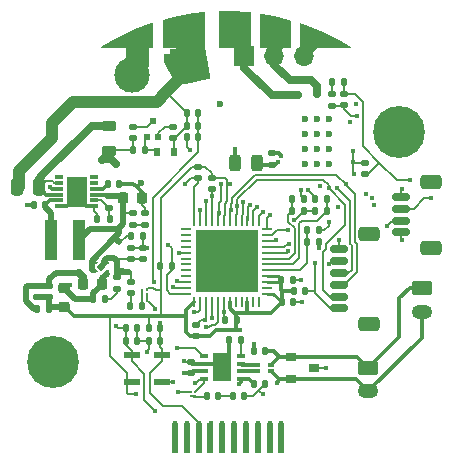
<source format=gtl>
G04 #@! TF.GenerationSoftware,KiCad,Pcbnew,(6.0.0-0)*
G04 #@! TF.CreationDate,2022-01-16T01:34:19+01:00*
G04 #@! TF.ProjectId,ESCv4.3,45534376-342e-4332-9e6b-696361645f70,rev?*
G04 #@! TF.SameCoordinates,Original*
G04 #@! TF.FileFunction,Copper,L1,Top*
G04 #@! TF.FilePolarity,Positive*
%FSLAX46Y46*%
G04 Gerber Fmt 4.6, Leading zero omitted, Abs format (unit mm)*
G04 Created by KiCad (PCBNEW (6.0.0-0)) date 2022-01-16 01:34:19*
%MOMM*%
%LPD*%
G01*
G04 APERTURE LIST*
G04 Aperture macros list*
%AMRoundRect*
0 Rectangle with rounded corners*
0 $1 Rounding radius*
0 $2 $3 $4 $5 $6 $7 $8 $9 X,Y pos of 4 corners*
0 Add a 4 corners polygon primitive as box body*
4,1,4,$2,$3,$4,$5,$6,$7,$8,$9,$2,$3,0*
0 Add four circle primitives for the rounded corners*
1,1,$1+$1,$2,$3*
1,1,$1+$1,$4,$5*
1,1,$1+$1,$6,$7*
1,1,$1+$1,$8,$9*
0 Add four rect primitives between the rounded corners*
20,1,$1+$1,$2,$3,$4,$5,0*
20,1,$1+$1,$4,$5,$6,$7,0*
20,1,$1+$1,$6,$7,$8,$9,0*
20,1,$1+$1,$8,$9,$2,$3,0*%
%AMRotRect*
0 Rectangle, with rotation*
0 The origin of the aperture is its center*
0 $1 length*
0 $2 width*
0 $3 Rotation angle, in degrees counterclockwise*
0 Add horizontal line*
21,1,$1,$2,0,0,$3*%
%AMFreePoly0*
4,1,5,0.125000,0.110000,0.125000,-0.110000,-0.125000,-0.110000,-0.125000,0.360000,0.125000,0.110000,0.125000,0.110000,$1*%
%AMFreePoly1*
4,1,6,0.125000,-0.110000,-0.125000,-0.110000,-0.125000,0.110000,0.015000,0.250000,0.125000,0.250000,0.125000,-0.110000,0.125000,-0.110000,$1*%
%AMFreePoly2*
4,1,6,0.125000,0.110000,0.125000,-0.110000,-0.125000,-0.110000,-0.125000,0.250000,-0.015000,0.250000,0.125000,0.110000,0.125000,0.110000,$1*%
%AMFreePoly3*
4,1,44,0.830013,1.305809,0.841086,1.305336,0.847036,1.298855,0.855180,1.295529,0.859471,1.285312,0.866968,1.277147,0.866593,1.268357,0.869999,1.260246,0.879999,-0.769754,0.879949,-0.769877,0.880000,-0.770000,0.872730,-0.787552,0.865529,-0.805181,0.865406,-0.805233,0.865355,-0.805355,0.847885,-0.812591,0.830246,-0.820000,0.830122,-0.819949,0.830000,-0.820000,-3.500000,-0.820000,
-3.506485,-0.817314,-3.513453,-0.818156,-3.523527,-0.810254,-3.535355,-0.805355,-3.538041,-0.798871,-3.543565,-0.794538,-3.545101,-0.781827,-3.550000,-0.770000,-3.547314,-0.763515,-3.548156,-0.756547,-3.540254,-0.746473,-3.535355,-0.734645,-3.528871,-0.731959,-3.524538,-0.726435,-2.299538,-0.036435,-2.298295,-0.036285,-2.297478,-0.035338,-0.777478,0.729663,-0.774411,0.729889,-0.772147,0.731968,
0.802853,1.306968,0.811644,1.306593,0.819754,1.309999,0.830013,1.305809,0.830013,1.305809,$1*%
%AMFreePoly4*
4,1,39,2.195290,2.208684,2.210945,2.204272,2.212546,2.201415,2.215565,2.200143,2.221700,2.185078,2.229652,2.170888,2.228764,2.167735,2.229999,2.164702,2.212499,-0.770298,2.205102,-0.787860,2.197829,-0.805381,2.197699,-0.805435,2.197644,-0.805565,2.180068,-0.812723,2.162464,-0.820000,-1.285036,-0.817500,-1.302522,-0.810242,-1.320355,-0.802855,-1.320363,-0.802837,-1.320381,-0.802829,
-1.327768,-0.784960,-1.335000,-0.767500,-1.335000,1.500000,-1.329879,1.512364,-1.327945,1.525607,-1.322807,1.529436,-1.320355,1.535355,-1.307993,1.540476,-1.297260,1.548474,-0.012260,1.873474,-0.010769,1.873256,-0.009512,1.874087,1.074239,2.084087,1.076156,2.083696,1.077862,2.084652,2.174112,2.214652,2.177264,2.213764,2.180298,2.214999,2.195290,2.208684,2.195290,2.208684,
$1*%
%AMFreePoly5*
4,1,40,-0.293101,2.284069,-0.290740,2.284818,1.054259,2.169818,1.069461,2.161943,1.085294,2.155416,1.086183,2.153279,1.088238,2.152215,1.093418,2.135898,1.100000,2.120086,1.105000,-0.773038,1.104989,-0.773064,1.105000,-0.773089,1.097538,-0.791142,1.090416,-0.808419,1.090392,-0.808429,1.090381,-0.808455,1.072450,-0.815897,1.055086,-0.823125,1.055061,-0.823115,1.055036,-0.823125,
-1.556214,-0.825000,-1.556243,-0.824988,-1.556271,-0.825000,-1.573983,-0.817655,-1.591580,-0.810380,-1.591592,-0.810352,-1.591620,-0.810340,-1.598894,-0.792758,-1.606250,-0.775036,-1.606238,-0.775007,-1.606250,-0.774979,-1.605000,2.225021,-1.597731,2.242549,-1.590634,2.260073,-1.590426,2.260161,-1.590340,2.260369,-1.572842,2.267609,-1.555397,2.274998,-0.295396,2.284998,-0.293101,2.284069,
-0.293101,2.284069,$1*%
%AMFreePoly6*
4,1,37,-1.030715,2.055725,-1.026184,2.056717,0.243817,1.829217,0.246063,1.827777,0.248711,1.828083,1.493710,1.473084,1.503659,1.465194,1.515385,1.460325,1.518108,1.453735,1.523694,1.449305,1.525150,1.436695,1.530000,1.424958,1.528125,-0.788792,1.520772,-0.806501,1.513462,-0.824123,1.513454,-0.824127,1.513450,-0.824135,1.495761,-0.831445,1.478100,-0.838750,1.478083,-0.838750,
-1.035025,-0.837500,-1.052540,-0.830235,-1.070355,-0.822855,-1.070360,-0.822842,-1.070373,-0.822837,-1.077752,-0.804997,-1.085000,-0.787500,-1.085000,2.007500,-1.083225,2.011785,-1.084217,2.016316,-1.076106,2.028971,-1.070355,2.042855,-1.066070,2.044630,-1.063567,2.048535,-1.048885,2.051748,-1.035000,2.057500,-1.030715,2.055725,-1.030715,2.055725,$1*%
%AMFreePoly7*
4,1,39,-0.691749,1.231582,-0.682827,1.231958,0.192174,0.911958,0.193023,0.911178,0.194175,0.911177,1.374175,0.421177,1.375530,0.419819,1.377442,0.419680,2.472442,-0.130319,2.473632,-0.131697,2.475433,-0.131952,3.507933,-0.741952,3.511843,-0.747155,3.517855,-0.749645,3.522940,-0.761920,3.530924,-0.772544,3.530010,-0.778988,3.532500,-0.785000,3.527416,-0.797274,3.525549,-0.810433,
3.520345,-0.814344,3.517855,-0.820355,3.505579,-0.825440,3.494956,-0.833423,3.488513,-0.832509,3.482500,-0.835000,-0.700000,-0.835000,-0.735355,-0.820355,-0.750000,-0.785000,-0.750000,1.185000,-0.746582,1.193251,-0.746958,1.202173,-0.739546,1.210236,-0.735355,1.220355,-0.727104,1.223773,-0.721061,1.230347,-0.710120,1.230808,-0.700000,1.235000,-0.691749,1.231582,-0.691749,1.231582,
$1*%
G04 Aperture macros list end*
G04 #@! TA.AperFunction,SMDPad,CuDef*
%ADD10R,0.600000X0.700000*%
G04 #@! TD*
G04 #@! TA.AperFunction,ComponentPad*
%ADD11C,0.600000*%
G04 #@! TD*
G04 #@! TA.AperFunction,SMDPad,CuDef*
%ADD12RoundRect,0.147500X0.172500X-0.147500X0.172500X0.147500X-0.172500X0.147500X-0.172500X-0.147500X0*%
G04 #@! TD*
G04 #@! TA.AperFunction,ComponentPad*
%ADD13R,1.700000X1.700000*%
G04 #@! TD*
G04 #@! TA.AperFunction,ComponentPad*
%ADD14O,1.700000X1.700000*%
G04 #@! TD*
G04 #@! TA.AperFunction,SMDPad,CuDef*
%ADD15RoundRect,0.147500X0.147500X0.172500X-0.147500X0.172500X-0.147500X-0.172500X0.147500X-0.172500X0*%
G04 #@! TD*
G04 #@! TA.AperFunction,SMDPad,CuDef*
%ADD16RoundRect,0.147500X-0.147500X-0.172500X0.147500X-0.172500X0.147500X0.172500X-0.147500X0.172500X0*%
G04 #@! TD*
G04 #@! TA.AperFunction,SMDPad,CuDef*
%ADD17RoundRect,0.243750X0.243750X0.456250X-0.243750X0.456250X-0.243750X-0.456250X0.243750X-0.456250X0*%
G04 #@! TD*
G04 #@! TA.AperFunction,SMDPad,CuDef*
%ADD18RoundRect,0.147500X-0.172500X0.147500X-0.172500X-0.147500X0.172500X-0.147500X0.172500X0.147500X0*%
G04 #@! TD*
G04 #@! TA.AperFunction,SMDPad,CuDef*
%ADD19R,0.900000X0.800000*%
G04 #@! TD*
G04 #@! TA.AperFunction,SMDPad,CuDef*
%ADD20RoundRect,0.218750X-0.256250X0.218750X-0.256250X-0.218750X0.256250X-0.218750X0.256250X0.218750X0*%
G04 #@! TD*
G04 #@! TA.AperFunction,SMDPad,CuDef*
%ADD21R,0.500000X0.325000*%
G04 #@! TD*
G04 #@! TA.AperFunction,ComponentPad*
%ADD22C,4.400000*%
G04 #@! TD*
G04 #@! TA.AperFunction,ComponentPad*
%ADD23C,0.700000*%
G04 #@! TD*
G04 #@! TA.AperFunction,ConnectorPad*
%ADD24R,0.560000X2.540000*%
G04 #@! TD*
G04 #@! TA.AperFunction,ComponentPad*
%ADD25RoundRect,0.250000X-0.625000X0.350000X-0.625000X-0.350000X0.625000X-0.350000X0.625000X0.350000X0*%
G04 #@! TD*
G04 #@! TA.AperFunction,ComponentPad*
%ADD26O,1.750000X1.200000*%
G04 #@! TD*
G04 #@! TA.AperFunction,SMDPad,CuDef*
%ADD27RoundRect,0.150000X-0.625000X0.150000X-0.625000X-0.150000X0.625000X-0.150000X0.625000X0.150000X0*%
G04 #@! TD*
G04 #@! TA.AperFunction,SMDPad,CuDef*
%ADD28RoundRect,0.250000X-0.650000X0.350000X-0.650000X-0.350000X0.650000X-0.350000X0.650000X0.350000X0*%
G04 #@! TD*
G04 #@! TA.AperFunction,SMDPad,CuDef*
%ADD29R,0.500000X0.600000*%
G04 #@! TD*
G04 #@! TA.AperFunction,SMDPad,CuDef*
%ADD30R,0.152400X0.254000*%
G04 #@! TD*
G04 #@! TA.AperFunction,SMDPad,CuDef*
%ADD31R,0.508000X0.152400*%
G04 #@! TD*
G04 #@! TA.AperFunction,SMDPad,CuDef*
%ADD32R,1.400000X0.500000*%
G04 #@! TD*
G04 #@! TA.AperFunction,SMDPad,CuDef*
%ADD33R,0.650000X0.350000*%
G04 #@! TD*
G04 #@! TA.AperFunction,SMDPad,CuDef*
%ADD34R,1.550000X2.400000*%
G04 #@! TD*
G04 #@! TA.AperFunction,SMDPad,CuDef*
%ADD35RoundRect,0.062500X0.337500X0.062500X-0.337500X0.062500X-0.337500X-0.062500X0.337500X-0.062500X0*%
G04 #@! TD*
G04 #@! TA.AperFunction,SMDPad,CuDef*
%ADD36RoundRect,0.062500X0.062500X0.337500X-0.062500X0.337500X-0.062500X-0.337500X0.062500X-0.337500X0*%
G04 #@! TD*
G04 #@! TA.AperFunction,SMDPad,CuDef*
%ADD37R,5.300000X5.300000*%
G04 #@! TD*
G04 #@! TA.AperFunction,SMDPad,CuDef*
%ADD38FreePoly0,90.000000*%
G04 #@! TD*
G04 #@! TA.AperFunction,SMDPad,CuDef*
%ADD39FreePoly1,90.000000*%
G04 #@! TD*
G04 #@! TA.AperFunction,SMDPad,CuDef*
%ADD40FreePoly2,270.000000*%
G04 #@! TD*
G04 #@! TA.AperFunction,SMDPad,CuDef*
%ADD41FreePoly1,270.000000*%
G04 #@! TD*
G04 #@! TA.AperFunction,SMDPad,CuDef*
%ADD42RotRect,0.480000X0.480000X135.000000*%
G04 #@! TD*
G04 #@! TA.AperFunction,SMDPad,CuDef*
%ADD43RoundRect,0.218750X0.218750X0.256250X-0.218750X0.256250X-0.218750X-0.256250X0.218750X-0.256250X0*%
G04 #@! TD*
G04 #@! TA.AperFunction,ComponentPad*
%ADD44FreePoly3,0.000000*%
G04 #@! TD*
G04 #@! TA.AperFunction,ComponentPad*
%ADD45FreePoly4,0.000000*%
G04 #@! TD*
G04 #@! TA.AperFunction,ComponentPad*
%ADD46FreePoly5,0.000000*%
G04 #@! TD*
G04 #@! TA.AperFunction,ComponentPad*
%ADD47FreePoly6,0.000000*%
G04 #@! TD*
G04 #@! TA.AperFunction,ComponentPad*
%ADD48FreePoly7,0.000000*%
G04 #@! TD*
G04 #@! TA.AperFunction,ComponentPad*
%ADD49RotRect,3.000000X3.000000X190.000000*%
G04 #@! TD*
G04 #@! TA.AperFunction,ComponentPad*
%ADD50C,3.000000*%
G04 #@! TD*
G04 #@! TA.AperFunction,SMDPad,CuDef*
%ADD51R,0.254000X0.152400*%
G04 #@! TD*
G04 #@! TA.AperFunction,SMDPad,CuDef*
%ADD52R,0.152400X0.508000*%
G04 #@! TD*
G04 #@! TA.AperFunction,SMDPad,CuDef*
%ADD53RoundRect,0.135000X-0.185000X0.135000X-0.185000X-0.135000X0.185000X-0.135000X0.185000X0.135000X0*%
G04 #@! TD*
G04 #@! TA.AperFunction,SMDPad,CuDef*
%ADD54RoundRect,0.140000X0.140000X0.170000X-0.140000X0.170000X-0.140000X-0.170000X0.140000X-0.170000X0*%
G04 #@! TD*
G04 #@! TA.AperFunction,SMDPad,CuDef*
%ADD55RoundRect,0.135000X0.135000X0.185000X-0.135000X0.185000X-0.135000X-0.185000X0.135000X-0.185000X0*%
G04 #@! TD*
G04 #@! TA.AperFunction,SMDPad,CuDef*
%ADD56RoundRect,0.250000X0.250000X0.475000X-0.250000X0.475000X-0.250000X-0.475000X0.250000X-0.475000X0*%
G04 #@! TD*
G04 #@! TA.AperFunction,SMDPad,CuDef*
%ADD57RoundRect,0.218750X0.381250X-0.218750X0.381250X0.218750X-0.381250X0.218750X-0.381250X-0.218750X0*%
G04 #@! TD*
G04 #@! TA.AperFunction,SMDPad,CuDef*
%ADD58R,1.700000X2.500000*%
G04 #@! TD*
G04 #@! TA.AperFunction,SMDPad,CuDef*
%ADD59R,0.650000X0.300000*%
G04 #@! TD*
G04 #@! TA.AperFunction,SMDPad,CuDef*
%ADD60R,0.980000X3.400000*%
G04 #@! TD*
G04 #@! TA.AperFunction,SMDPad,CuDef*
%ADD61RoundRect,0.225000X-0.225000X-0.250000X0.225000X-0.250000X0.225000X0.250000X-0.225000X0.250000X0*%
G04 #@! TD*
G04 #@! TA.AperFunction,ViaPad*
%ADD62C,0.400000*%
G04 #@! TD*
G04 #@! TA.AperFunction,ViaPad*
%ADD63C,0.600000*%
G04 #@! TD*
G04 #@! TA.AperFunction,Conductor*
%ADD64C,0.200000*%
G04 #@! TD*
G04 #@! TA.AperFunction,Conductor*
%ADD65C,0.700000*%
G04 #@! TD*
G04 #@! TA.AperFunction,Conductor*
%ADD66C,1.000000*%
G04 #@! TD*
G04 #@! TA.AperFunction,Conductor*
%ADD67C,0.500000*%
G04 #@! TD*
G04 #@! TA.AperFunction,Conductor*
%ADD68C,0.300000*%
G04 #@! TD*
G04 #@! TA.AperFunction,Conductor*
%ADD69C,0.250000*%
G04 #@! TD*
G04 APERTURE END LIST*
D10*
G04 #@! TO.P,D2,1,K*
G04 #@! TO.N,Net-(D2-Pad1)*
X94180000Y-91990000D03*
G04 #@! TO.P,D2,2,A*
G04 #@! TO.N,GND*
X95580000Y-91990000D03*
G04 #@! TD*
D11*
G04 #@! TO.P,U5,EPAD,EPAD*
G04 #@! TO.N,GND*
X106690000Y-91710000D03*
X106690000Y-92960000D03*
X108690000Y-91710000D03*
X108690000Y-92960000D03*
X107690000Y-90460000D03*
X107690000Y-91710000D03*
X107690000Y-92960000D03*
X107690000Y-89210000D03*
X106690000Y-89210000D03*
X108690000Y-89210000D03*
X108690000Y-90460000D03*
X106690000Y-90460000D03*
G04 #@! TD*
D12*
G04 #@! TO.P,D4,1,K*
G04 #@! TO.N,Net-(D4-Pad1)*
X92125000Y-98110000D03*
G04 #@! TO.P,D4,2,A*
G04 #@! TO.N,+5VD*
X92125000Y-97140000D03*
G04 #@! TD*
D13*
G04 #@! TO.P,J7_1,1,Pin_1*
G04 #@! TO.N,/PHASE_U1*
X101560000Y-83840000D03*
D14*
G04 #@! TO.P,J7_1,2,Pin_2*
G04 #@! TO.N,/PHASE_V1*
X104100000Y-83840000D03*
G04 #@! TO.P,J7_1,3,Pin_3*
G04 #@! TO.N,/PHASE_W1*
X106640000Y-83840000D03*
G04 #@! TD*
D15*
G04 #@! TO.P,C1,1*
G04 #@! TO.N,GND*
X105665000Y-102780000D03*
G04 #@! TO.P,C1,2*
G04 #@! TO.N,VDD*
X104695000Y-102780000D03*
G04 #@! TD*
G04 #@! TO.P,C3,1*
G04 #@! TO.N,GND*
X105675000Y-104680000D03*
G04 #@! TO.P,C3,2*
G04 #@! TO.N,VDD*
X104705000Y-104680000D03*
G04 #@! TD*
D16*
G04 #@! TO.P,C18,1*
G04 #@! TO.N,GND*
X93475000Y-107930000D03*
G04 #@! TO.P,C18,2*
G04 #@! TO.N,/nRST*
X94445000Y-107930000D03*
G04 #@! TD*
D15*
G04 #@! TO.P,C19,1*
G04 #@! TO.N,GND*
X92495000Y-107930000D03*
G04 #@! TO.P,C19,2*
G04 #@! TO.N,/BOOT0*
X91525000Y-107930000D03*
G04 #@! TD*
D12*
G04 #@! TO.P,C23,1*
G04 #@! TO.N,+5VD*
X97010000Y-110705000D03*
G04 #@! TO.P,C23,2*
G04 #@! TO.N,GND*
X97010000Y-109735000D03*
G04 #@! TD*
D16*
G04 #@! TO.P,C24,1*
G04 #@! TO.N,VDD*
X102345000Y-111600000D03*
G04 #@! TO.P,C24,2*
G04 #@! TO.N,GND*
X103315000Y-111600000D03*
G04 #@! TD*
D17*
G04 #@! TO.P,C29,1*
G04 #@! TO.N,VSS*
X102617500Y-92880000D03*
G04 #@! TO.P,C29,2*
G04 #@! TO.N,GND*
X100742500Y-92880000D03*
G04 #@! TD*
D18*
G04 #@! TO.P,C30,1*
G04 #@! TO.N,/nSLEEP1*
X91990000Y-100075000D03*
G04 #@! TO.P,C30,2*
G04 #@! TO.N,GND*
X91990000Y-101045000D03*
G04 #@! TD*
D15*
G04 #@! TO.P,C31,1*
G04 #@! TO.N,/AOUT_W1*
X108525000Y-96950000D03*
G04 #@! TO.P,C31,2*
G04 #@! TO.N,GND*
X107555000Y-96950000D03*
G04 #@! TD*
D16*
G04 #@! TO.P,C32,1*
G04 #@! TO.N,/AOUT_V1*
X105615000Y-96950000D03*
G04 #@! TO.P,C32,2*
G04 #@! TO.N,GND*
X106585000Y-96950000D03*
G04 #@! TD*
G04 #@! TO.P,C35,1*
G04 #@! TO.N,/AOUT_U1*
X106865000Y-99550000D03*
G04 #@! TO.P,C35,2*
G04 #@! TO.N,GND*
X107835000Y-99550000D03*
G04 #@! TD*
G04 #@! TO.P,C40,1*
G04 #@! TO.N,GND*
X84035000Y-105240000D03*
G04 #@! TO.P,C40,2*
G04 #@! TO.N,VDD*
X85005000Y-105240000D03*
G04 #@! TD*
D18*
G04 #@! TO.P,C41,1*
G04 #@! TO.N,GND*
X85000000Y-103275000D03*
G04 #@! TO.P,C41,2*
G04 #@! TO.N,VDD*
X85000000Y-104245000D03*
G04 #@! TD*
G04 #@! TO.P,C42,1*
G04 #@! TO.N,GND*
X84000000Y-103275000D03*
G04 #@! TO.P,C42,2*
G04 #@! TO.N,VDD*
X84000000Y-104245000D03*
G04 #@! TD*
G04 #@! TO.P,D1,1,K*
G04 #@! TO.N,Net-(D1-Pad1)*
X92100000Y-89815000D03*
G04 #@! TO.P,D1,2,A*
G04 #@! TO.N,VS*
X92100000Y-90785000D03*
G04 #@! TD*
D15*
G04 #@! TO.P,D3,1,K*
G04 #@! TO.N,Net-(D3-Pad1)*
X99345000Y-112590000D03*
G04 #@! TO.P,D3,2,A*
G04 #@! TO.N,Net-(D3-Pad2)*
X98375000Y-112590000D03*
G04 #@! TD*
G04 #@! TO.P,D6,1,K*
G04 #@! TO.N,Net-(D6-Pad1)*
X89745000Y-104420000D03*
G04 #@! TO.P,D6,2,A*
G04 #@! TO.N,+3V3*
X88775000Y-104420000D03*
G04 #@! TD*
D19*
G04 #@! TO.P,D7,1,K*
G04 #@! TO.N,/CANH*
X105460000Y-109290000D03*
G04 #@! TO.P,D7,2,K*
G04 #@! TO.N,/CANL*
X105460000Y-111190000D03*
G04 #@! TO.P,D7,3,A*
G04 #@! TO.N,GND*
X107460000Y-110240000D03*
G04 #@! TD*
D16*
G04 #@! TO.P,D9,1,K*
G04 #@! TO.N,Net-(D9-Pad1)*
X108975000Y-86060000D03*
G04 #@! TO.P,D9,2,A*
G04 #@! TO.N,VDD*
X109945000Y-86060000D03*
G04 #@! TD*
D20*
G04 #@! TO.P,FB2,1*
G04 #@! TO.N,+3V3*
X86270000Y-103512500D03*
G04 #@! TO.P,FB2,2*
G04 #@! TO.N,VDD*
X86270000Y-105087500D03*
G04 #@! TD*
D21*
G04 #@! TO.P,FL1,1,1*
G04 #@! TO.N,Net-(FL1-Pad1)*
X102597500Y-109965000D03*
G04 #@! TO.P,FL1,2,2*
G04 #@! TO.N,Net-(FL1-Pad2)*
X102597500Y-110515000D03*
G04 #@! TO.P,FL1,3,3*
G04 #@! TO.N,/CANL*
X103822500Y-110515000D03*
G04 #@! TO.P,FL1,4,4*
G04 #@! TO.N,/CANH*
X103822500Y-109965000D03*
G04 #@! TD*
D22*
G04 #@! TO.P,H1,1,1*
G04 #@! TO.N,GND*
X85370000Y-109710000D03*
D23*
X86536726Y-108543274D03*
X84203274Y-108543274D03*
X87020000Y-109710000D03*
X83720000Y-109710000D03*
X86536726Y-110876726D03*
X85370000Y-111360000D03*
X84203274Y-110876726D03*
X85370000Y-108060000D03*
G04 #@! TD*
G04 #@! TO.P,H2,1,1*
G04 #@! TO.N,GND*
X114630000Y-91940000D03*
D22*
X114630000Y-90290000D03*
D23*
X116280000Y-90290000D03*
X113463274Y-89123274D03*
X115796726Y-91456726D03*
X113463274Y-91456726D03*
X112980000Y-90290000D03*
X115796726Y-89123274D03*
X114630000Y-88640000D03*
G04 #@! TD*
D24*
G04 #@! TO.P,J3,1,Pin_1*
G04 #@! TO.N,GND*
X104680000Y-116180000D03*
G04 #@! TO.P,J3,2,Pin_2*
G04 #@! TO.N,+3V3*
X103680000Y-116180000D03*
G04 #@! TO.P,J3,3,Pin_3*
G04 #@! TO.N,unconnected-(J3-Pad3)*
X102680000Y-116180000D03*
G04 #@! TO.P,J3,4,Pin_4*
G04 #@! TO.N,unconnected-(J3-Pad4)*
X101680000Y-116180000D03*
G04 #@! TO.P,J3,5,Pin_5*
G04 #@! TO.N,/RX1*
X100680000Y-116180000D03*
G04 #@! TO.P,J3,6,Pin_6*
G04 #@! TO.N,/TX1*
X99680000Y-116180000D03*
G04 #@! TO.P,J3,7,Pin_7*
G04 #@! TO.N,/BOOT0*
X98680000Y-116180000D03*
G04 #@! TO.P,J3,8,Pin_8*
G04 #@! TO.N,/nRST*
X97680000Y-116180000D03*
G04 #@! TO.P,J3,9,Pin_9*
G04 #@! TO.N,unconnected-(J3-Pad9)*
X96680000Y-116180000D03*
G04 #@! TO.P,J3,10,Pin_10*
G04 #@! TO.N,unconnected-(J3-Pad10)*
X95680000Y-116180000D03*
G04 #@! TD*
D25*
G04 #@! TO.P,J6,1,Pin_1*
G04 #@! TO.N,/CANH*
X112040000Y-110240000D03*
D26*
G04 #@! TO.P,J6,2,Pin_2*
G04 #@! TO.N,/CANL*
X112040000Y-112240000D03*
G04 #@! TD*
D25*
G04 #@! TO.P,J7,1,Pin_1*
G04 #@! TO.N,/CANH*
X116570000Y-103480000D03*
D26*
G04 #@! TO.P,J7,2,Pin_2*
G04 #@! TO.N,/CANL*
X116570000Y-105480000D03*
G04 #@! TD*
D27*
G04 #@! TO.P,J8,1,Pin_1*
G04 #@! TO.N,GND*
X114855000Y-95770000D03*
G04 #@! TO.P,J8,2,Pin_2*
G04 #@! TO.N,Net-(J8-Pad2)*
X114855000Y-96770000D03*
G04 #@! TO.P,J8,3,Pin_3*
G04 #@! TO.N,/SDA1*
X114855000Y-97770000D03*
G04 #@! TO.P,J8,4,Pin_4*
G04 #@! TO.N,/SCL1*
X114855000Y-98770000D03*
D28*
G04 #@! TO.P,J8,MP*
G04 #@! TO.N,N/C*
X117380000Y-94470000D03*
X117380000Y-100070000D03*
G04 #@! TD*
D29*
G04 #@! TO.P,Q2,1,B*
G04 #@! TO.N,Net-(D2-Pad1)*
X93280000Y-90680000D03*
G04 #@! TO.P,Q2,2,E*
G04 #@! TO.N,Net-(Q2-Pad2)*
X94280000Y-90680000D03*
G04 #@! TO.P,Q2,3,C*
G04 #@! TO.N,Net-(D1-Pad1)*
X93780000Y-89380000D03*
G04 #@! TD*
D30*
G04 #@! TO.P,Q6,1,G*
G04 #@! TO.N,/CANRX*
X97397800Y-112265000D03*
G04 #@! TO.P,Q6,2,S*
G04 #@! TO.N,VDD*
X97042200Y-112265000D03*
D31*
G04 #@! TO.P,Q6,3,D*
G04 #@! TO.N,Net-(D3-Pad2)*
X97220000Y-112665000D03*
G04 #@! TD*
D12*
G04 #@! TO.P,R2,1*
G04 #@! TO.N,GND*
X95470000Y-90785000D03*
G04 #@! TO.P,R2,2*
G04 #@! TO.N,Net-(Q2-Pad2)*
X95470000Y-89815000D03*
G04 #@! TD*
D15*
G04 #@! TO.P,R3,1*
G04 #@! TO.N,Net-(D2-Pad1)*
X93125000Y-91760000D03*
G04 #@! TO.P,R3,2*
G04 #@! TO.N,VS*
X92155000Y-91760000D03*
G04 #@! TD*
G04 #@! TO.P,R4,1*
G04 #@! TO.N,/nSLEEP1*
X92945000Y-99090000D03*
G04 #@! TO.P,R4,2*
G04 #@! TO.N,+5VD*
X91975000Y-99090000D03*
G04 #@! TD*
D12*
G04 #@! TO.P,R5,1*
G04 #@! TO.N,GND*
X92980000Y-101045000D03*
G04 #@! TO.P,R5,2*
G04 #@! TO.N,/nSLEEP1*
X92980000Y-100075000D03*
G04 #@! TD*
D15*
G04 #@! TO.P,R6,1*
G04 #@! TO.N,/VBAT*
X97655000Y-90740000D03*
G04 #@! TO.P,R6,2*
G04 #@! TO.N,VS*
X96685000Y-90740000D03*
G04 #@! TD*
D18*
G04 #@! TO.P,R9,1*
G04 #@! TO.N,/IN_UL1*
X111770000Y-92875000D03*
G04 #@! TO.P,R9,2*
G04 #@! TO.N,VDD*
X111770000Y-93845000D03*
G04 #@! TD*
D16*
G04 #@! TO.P,R12,1*
G04 #@! TO.N,/BOOT0*
X91525000Y-106890000D03*
G04 #@! TO.P,R12,2*
G04 #@! TO.N,GND*
X92495000Y-106890000D03*
G04 #@! TD*
D15*
G04 #@! TO.P,R13,1*
G04 #@! TO.N,/nRST*
X94445000Y-106900000D03*
G04 #@! TO.P,R13,2*
G04 #@! TO.N,VDD*
X93475000Y-106900000D03*
G04 #@! TD*
D16*
G04 #@! TO.P,R14,1*
G04 #@! TO.N,Net-(D3-Pad1)*
X100565000Y-112600000D03*
G04 #@! TO.P,R14,2*
G04 #@! TO.N,GND*
X101535000Y-112600000D03*
G04 #@! TD*
D18*
G04 #@! TO.P,R17,1*
G04 #@! TO.N,GND*
X90770000Y-102585000D03*
G04 #@! TO.P,R17,2*
G04 #@! TO.N,Net-(D6-Pad1)*
X90770000Y-103555000D03*
G04 #@! TD*
D15*
G04 #@! TO.P,R19,1*
G04 #@! TO.N,/CANH*
X103325000Y-108820000D03*
G04 #@! TO.P,R19,2*
G04 #@! TO.N,Net-(JP2-Pad2)*
X102355000Y-108820000D03*
G04 #@! TD*
D16*
G04 #@! TO.P,R20,1*
G04 #@! TO.N,GND*
X100285000Y-107890000D03*
G04 #@! TO.P,R20,2*
G04 #@! TO.N,/nCAN_EN*
X101255000Y-107890000D03*
G04 #@! TD*
D18*
G04 #@! TO.P,R21,1*
G04 #@! TO.N,VDD*
X109970000Y-87060000D03*
G04 #@! TO.P,R21,2*
G04 #@! TO.N,/nFAULT1*
X109970000Y-88030000D03*
G04 #@! TD*
D12*
G04 #@! TO.P,R22,1*
G04 #@! TO.N,/nFAULT1*
X108940000Y-88035000D03*
G04 #@! TO.P,R22,2*
G04 #@! TO.N,Net-(D9-Pad1)*
X108940000Y-87065000D03*
G04 #@! TD*
D18*
G04 #@! TO.P,R23,1*
G04 #@! TO.N,VDD*
X97625000Y-93215000D03*
G04 #@! TO.P,R23,2*
G04 #@! TO.N,/nCS1*
X97625000Y-94185000D03*
G04 #@! TD*
G04 #@! TO.P,R24,1*
G04 #@! TO.N,/DRV8316/SW_BK*
X103900000Y-92095000D03*
G04 #@! TO.P,R24,2*
G04 #@! TO.N,VSS*
X103900000Y-93065000D03*
G04 #@! TD*
D15*
G04 #@! TO.P,R26,1*
G04 #@! TO.N,/AOUT_W1*
X108525000Y-95930000D03*
G04 #@! TO.P,R26,2*
G04 #@! TO.N,Net-(R26-Pad2)*
X107555000Y-95930000D03*
G04 #@! TD*
D16*
G04 #@! TO.P,R27,1*
G04 #@! TO.N,/AOUT_V1*
X105605000Y-95930000D03*
G04 #@! TO.P,R27,2*
G04 #@! TO.N,Net-(R27-Pad2)*
X106575000Y-95930000D03*
G04 #@! TD*
G04 #@! TO.P,R28,1*
G04 #@! TO.N,/AOUT_U1*
X106865000Y-98550000D03*
G04 #@! TO.P,R28,2*
G04 #@! TO.N,Net-(R28-Pad2)*
X107835000Y-98550000D03*
G04 #@! TD*
D32*
G04 #@! TO.P,SW1,1,1*
G04 #@! TO.N,GND*
X94580000Y-111460000D03*
G04 #@! TO.P,SW1,2,2*
G04 #@! TO.N,/nRST*
X94580000Y-109160000D03*
G04 #@! TD*
G04 #@! TO.P,SW2,1,1*
G04 #@! TO.N,VDD*
X92010000Y-111460000D03*
G04 #@! TO.P,SW2,2,2*
G04 #@! TO.N,/BOOT0*
X92010000Y-109160000D03*
G04 #@! TD*
D33*
G04 #@! TO.P,U3,1,TXD*
G04 #@! TO.N,/CANTX*
X98130000Y-109235000D03*
G04 #@! TO.P,U3,2,VSS*
G04 #@! TO.N,GND*
X98130000Y-109885000D03*
G04 #@! TO.P,U3,3,VDD*
G04 #@! TO.N,+5VD*
X98130000Y-110535000D03*
G04 #@! TO.P,U3,4,RXD*
G04 #@! TO.N,/CANRX*
X98130000Y-111185000D03*
G04 #@! TO.P,U3,5,VIO*
G04 #@! TO.N,VDD*
X101230000Y-111185000D03*
G04 #@! TO.P,U3,6,CANL*
G04 #@! TO.N,Net-(FL1-Pad2)*
X101230000Y-110535000D03*
G04 #@! TO.P,U3,7,CANH*
G04 #@! TO.N,Net-(FL1-Pad1)*
X101230000Y-109885000D03*
G04 #@! TO.P,U3,8,STBY*
G04 #@! TO.N,/nCAN_EN*
X101230000Y-109235000D03*
D34*
G04 #@! TO.P,U3,9,VSS*
G04 #@! TO.N,GND*
X99680000Y-110210000D03*
G04 #@! TD*
D35*
G04 #@! TO.P,U6,1,VDDA*
G04 #@! TO.N,VDD*
X103510000Y-103990000D03*
G04 #@! TO.P,U6,2,LNA_IN*
G04 #@! TO.N,unconnected-(U6-Pad2)*
X103510000Y-103490000D03*
G04 #@! TO.P,U6,3,VDDA3P3*
G04 #@! TO.N,VDD*
X103510000Y-102990000D03*
G04 #@! TO.P,U6,4,VDDA3P3*
X103510000Y-102490000D03*
G04 #@! TO.P,U6,5,SENSOR_VP*
G04 #@! TO.N,/AOUT_U1*
X103510000Y-101990000D03*
G04 #@! TO.P,U6,6,SENSOR_CAPP*
G04 #@! TO.N,/AOUT_W1*
X103510000Y-101490000D03*
G04 #@! TO.P,U6,7,SENSOR_CAPN*
G04 #@! TO.N,/AOUT_V1*
X103510000Y-100990000D03*
G04 #@! TO.P,U6,8,SENSOR_VN*
G04 #@! TO.N,/nFAULT1*
X103510000Y-100490000D03*
G04 #@! TO.P,U6,9,EN*
G04 #@! TO.N,/nRST*
X103510000Y-99990000D03*
G04 #@! TO.P,U6,10,IO34*
G04 #@! TO.N,/ABI_A*
X103510000Y-99490000D03*
G04 #@! TO.P,U6,11,IO35*
G04 #@! TO.N,/ABI_I*
X103510000Y-98990000D03*
G04 #@! TO.P,U6,12,IO32*
G04 #@! TO.N,/IN_UH1*
X103510000Y-98490000D03*
D36*
G04 #@! TO.P,U6,13,IO33*
G04 #@! TO.N,/ABI_B*
X102810000Y-97790000D03*
G04 #@! TO.P,U6,14,IO25*
G04 #@! TO.N,/VREF1*
X102310000Y-97790000D03*
G04 #@! TO.P,U6,15,IO26*
G04 #@! TO.N,/IN_VH1*
X101810000Y-97790000D03*
G04 #@! TO.P,U6,16,IO27*
G04 #@! TO.N,/IN_WH1*
X101310000Y-97790000D03*
G04 #@! TO.P,U6,17,IO14*
G04 #@! TO.N,/SCLK*
X100810000Y-97790000D03*
G04 #@! TO.P,U6,18,IO12*
G04 #@! TO.N,/MISO*
X100310000Y-97790000D03*
G04 #@! TO.P,U6,19,VDD3P3_RTC*
G04 #@! TO.N,VDD*
X99810000Y-97790000D03*
G04 #@! TO.P,U6,20,IO13*
G04 #@! TO.N,/MOSI*
X99310000Y-97790000D03*
G04 #@! TO.P,U6,21,IO15*
G04 #@! TO.N,/nCS2*
X98810000Y-97790000D03*
G04 #@! TO.P,U6,22,IO2*
G04 #@! TO.N,/DRVOFF1*
X98310000Y-97790000D03*
G04 #@! TO.P,U6,23,IO0*
G04 #@! TO.N,/BOOT0*
X97810000Y-97790000D03*
G04 #@! TO.P,U6,24,IO4*
G04 #@! TO.N,/nCS1*
X97310000Y-97790000D03*
D35*
G04 #@! TO.P,U6,25,IO16*
G04 #@! TO.N,unconnected-(U6-Pad25)*
X96610000Y-98490000D03*
G04 #@! TO.P,U6,26,VDD_SDIO*
G04 #@! TO.N,unconnected-(U6-Pad26)*
X96610000Y-98990000D03*
G04 #@! TO.P,U6,27,IO17*
G04 #@! TO.N,unconnected-(U6-Pad27)*
X96610000Y-99490000D03*
G04 #@! TO.P,U6,28,SD2/IO9*
G04 #@! TO.N,/IO1*
X96610000Y-99990000D03*
G04 #@! TO.P,U6,29,SD3/IO10*
G04 #@! TO.N,/nCS3*
X96610000Y-100490000D03*
G04 #@! TO.P,U6,30,CMD*
G04 #@! TO.N,unconnected-(U6-Pad30)*
X96610000Y-100990000D03*
G04 #@! TO.P,U6,31,CLK*
G04 #@! TO.N,unconnected-(U6-Pad31)*
X96610000Y-101490000D03*
G04 #@! TO.P,U6,32,SD0*
G04 #@! TO.N,unconnected-(U6-Pad32)*
X96610000Y-101990000D03*
G04 #@! TO.P,U6,33,SD1*
G04 #@! TO.N,unconnected-(U6-Pad33)*
X96610000Y-102490000D03*
G04 #@! TO.P,U6,34,IO5*
G04 #@! TO.N,/CANTX*
X96610000Y-102990000D03*
G04 #@! TO.P,U6,35,IO18*
G04 #@! TO.N,/CANRX*
X96610000Y-103490000D03*
G04 #@! TO.P,U6,36,IO23*
G04 #@! TO.N,/nOTEVENT*
X96610000Y-103990000D03*
D36*
G04 #@! TO.P,U6,37,VDD3P3_CPU*
G04 #@! TO.N,VDD*
X97310000Y-104690000D03*
G04 #@! TO.P,U6,38,IO19*
G04 #@! TO.N,/VBAT*
X97810000Y-104690000D03*
G04 #@! TO.P,U6,39,IO22*
G04 #@! TO.N,/SCL1*
X98310000Y-104690000D03*
G04 #@! TO.P,U6,40,U0RXD/IO3*
G04 #@! TO.N,/RX1*
X98810000Y-104690000D03*
G04 #@! TO.P,U6,41,U0TXD/IO1*
G04 #@! TO.N,/TX1*
X99310000Y-104690000D03*
G04 #@! TO.P,U6,42,IO21*
G04 #@! TO.N,/SDA1*
X99810000Y-104690000D03*
G04 #@! TO.P,U6,43,VDDA*
G04 #@! TO.N,VDD*
X100310000Y-104690000D03*
G04 #@! TO.P,U6,44,XTAL_N_NC*
G04 #@! TO.N,unconnected-(U6-Pad44)*
X100810000Y-104690000D03*
G04 #@! TO.P,U6,45,XTAL_P_NC*
G04 #@! TO.N,unconnected-(U6-Pad45)*
X101310000Y-104690000D03*
G04 #@! TO.P,U6,46,VDDA*
G04 #@! TO.N,VDD*
X101810000Y-104690000D03*
G04 #@! TO.P,U6,47,CAP2_NC*
G04 #@! TO.N,unconnected-(U6-Pad47)*
X102310000Y-104690000D03*
G04 #@! TO.P,U6,48,CAP1_NC*
G04 #@! TO.N,unconnected-(U6-Pad48)*
X102810000Y-104690000D03*
D37*
G04 #@! TO.P,U6,49,GND*
G04 #@! TO.N,GND*
X100060000Y-101240000D03*
G04 #@! TD*
D38*
G04 #@! TO.P,U2,1,VOUT*
G04 #@! TO.N,+3V3*
X89970000Y-102035000D03*
D39*
G04 #@! TO.P,U2,2,GND*
G04 #@! TO.N,GND*
X89970000Y-101385000D03*
D40*
G04 #@! TO.P,U2,3,EN*
G04 #@! TO.N,+5VD*
X88890000Y-101385000D03*
D41*
G04 #@! TO.P,U2,4,VIN*
X88890000Y-102035000D03*
D42*
G04 #@! TO.P,U2,5,GND*
G04 #@! TO.N,GND*
X89430000Y-101710000D03*
G04 #@! TD*
D43*
G04 #@! TO.P,C17,1*
G04 #@! TO.N,+3V3*
X89497500Y-103120000D03*
G04 #@! TO.P,C17,2*
G04 #@! TO.N,GND*
X87922500Y-103120000D03*
G04 #@! TD*
D12*
G04 #@! TO.P,R1,1*
G04 #@! TO.N,/nCS2*
X98790000Y-95145000D03*
G04 #@! TO.P,R1,2*
G04 #@! TO.N,VDD*
X98790000Y-94175000D03*
G04 #@! TD*
D15*
G04 #@! TO.P,R10,1*
G04 #@! TO.N,/nCS3*
X106685000Y-103740000D03*
G04 #@! TO.P,R10,2*
G04 #@! TO.N,VDD*
X105715000Y-103740000D03*
G04 #@! TD*
D11*
G04 #@! TO.P,J5,1,Pin_1*
G04 #@! TO.N,VS*
X92060000Y-82145000D03*
X91435000Y-82610000D03*
X90665000Y-82770000D03*
D44*
X93000000Y-82310000D03*
D11*
X92205000Y-82735000D03*
X93515000Y-81520000D03*
G04 #@! TO.P,J5,2,Pin_2*
G04 #@! TO.N,GND*
X97755000Y-81455000D03*
D45*
X96000000Y-82310000D03*
D11*
X97770000Y-82315000D03*
X95095000Y-81955000D03*
X96930000Y-82325000D03*
X96895000Y-81500000D03*
X97755000Y-80595000D03*
X96035000Y-81185000D03*
X95180000Y-81135000D03*
X96885000Y-80720000D03*
D46*
G04 #@! TO.P,J5,3,Pin_3*
G04 #@! TO.N,/PHASE_U1*
X101000000Y-82310000D03*
D11*
X100020000Y-82180000D03*
X101635000Y-80520000D03*
X101625000Y-81285000D03*
X99975000Y-80485000D03*
X100795000Y-81255000D03*
X99985000Y-81350000D03*
X100845000Y-80485000D03*
G04 #@! TO.P,J5,4,Pin_4*
G04 #@! TO.N,/PHASE_V1*
X104965000Y-82710000D03*
X104300000Y-81235000D03*
X105110000Y-81175000D03*
X103460000Y-81555000D03*
X104995000Y-81900000D03*
X103450000Y-80785000D03*
D47*
X104000000Y-82310000D03*
D11*
G04 #@! TO.P,J5,5,Pin_5*
G04 #@! TO.N,/PHASE_W1*
X108490000Y-82580000D03*
D48*
X107000000Y-82310000D03*
D11*
X107885000Y-82085000D03*
X109230000Y-82755000D03*
X107795000Y-82765000D03*
X106580000Y-81510000D03*
G04 #@! TD*
D49*
G04 #@! TO.P,J1,1,Pin_1*
G04 #@! TO.N,GND*
X96950000Y-84560000D03*
D50*
G04 #@! TO.P,J1,2,Pin_2*
G04 #@! TO.N,VS*
X92025961Y-85428241D03*
G04 #@! TD*
D16*
G04 #@! TO.P,R7,1*
G04 #@! TO.N,GND*
X96695000Y-88710000D03*
G04 #@! TO.P,R7,2*
G04 #@! TO.N,/VBAT*
X97665000Y-88710000D03*
G04 #@! TD*
D15*
G04 #@! TO.P,C13,1*
G04 #@! TO.N,/VBAT*
X97665000Y-89730000D03*
G04 #@! TO.P,C13,2*
G04 #@! TO.N,GND*
X96695000Y-89730000D03*
G04 #@! TD*
D27*
G04 #@! TO.P,J4,1,Pin_1*
G04 #@! TO.N,GND*
X109585000Y-100220000D03*
G04 #@! TO.P,J4,2,Pin_2*
G04 #@! TO.N,VDD*
X109585000Y-101220000D03*
G04 #@! TO.P,J4,3,Pin_3*
G04 #@! TO.N,/MOSI*
X109585000Y-102220000D03*
G04 #@! TO.P,J4,4,Pin_4*
G04 #@! TO.N,/MISO*
X109585000Y-103220000D03*
G04 #@! TO.P,J4,5,Pin_5*
G04 #@! TO.N,/SCLK*
X109585000Y-104220000D03*
G04 #@! TO.P,J4,6,Pin_6*
G04 #@! TO.N,/nCS3*
X109585000Y-105220000D03*
D28*
G04 #@! TO.P,J4,MP*
G04 #@! TO.N,N/C*
X112110000Y-106520000D03*
X112110000Y-98920000D03*
G04 #@! TD*
D12*
G04 #@! TO.P,R29,1*
G04 #@! TO.N,VDD*
X97475000Y-107585000D03*
G04 #@! TO.P,R29,2*
G04 #@! TO.N,/SCL1*
X97475000Y-106615000D03*
G04 #@! TD*
D16*
G04 #@! TO.P,D5,1,K*
G04 #@! TO.N,Net-(D5-Pad1)*
X91890000Y-105025000D03*
G04 #@! TO.P,D5,2,A*
G04 #@! TO.N,Net-(D5-Pad2)*
X92860000Y-105025000D03*
G04 #@! TD*
D15*
G04 #@! TO.P,R18,1*
G04 #@! TO.N,/nOTEVENT*
X95410000Y-101625000D03*
G04 #@! TO.P,R18,2*
G04 #@! TO.N,VDD*
X94440000Y-101625000D03*
G04 #@! TD*
D51*
G04 #@! TO.P,Q4,1,G*
G04 #@! TO.N,/nOTEVENT*
X93325000Y-104002800D03*
G04 #@! TO.P,Q4,2,S*
G04 #@! TO.N,VDD*
X93325000Y-103647200D03*
D52*
G04 #@! TO.P,Q4,3,D*
G04 #@! TO.N,Net-(D5-Pad2)*
X92925000Y-103825000D03*
G04 #@! TD*
D12*
G04 #@! TO.P,R16,1*
G04 #@! TO.N,Net-(D5-Pad1)*
X91925000Y-103935000D03*
G04 #@! TO.P,R16,2*
G04 #@! TO.N,GND*
X91925000Y-102965000D03*
G04 #@! TD*
D15*
G04 #@! TO.P,R25,1*
G04 #@! TO.N,VDD*
X100910000Y-106225000D03*
G04 #@! TO.P,R25,2*
G04 #@! TO.N,/SDA1*
X99940000Y-106225000D03*
G04 #@! TD*
D53*
G04 #@! TO.P,R8,1*
G04 #@! TO.N,GND*
X93125000Y-97115000D03*
G04 #@! TO.P,R8,2*
G04 #@! TO.N,Net-(D4-Pad1)*
X93125000Y-98135000D03*
G04 #@! TD*
D54*
G04 #@! TO.P,C15,2*
G04 #@! TO.N,Net-(C15-Pad2)*
X83720000Y-96475000D03*
G04 #@! TO.P,C15,1*
G04 #@! TO.N,Net-(C15-Pad1)*
X84680000Y-96475000D03*
G04 #@! TD*
D53*
G04 #@! TO.P,R11,2*
G04 #@! TO.N,Net-(R11-Pad2)*
X90050000Y-96685000D03*
G04 #@! TO.P,R11,1*
G04 #@! TO.N,+5VD*
X90050000Y-95665000D03*
G04 #@! TD*
D55*
G04 #@! TO.P,R15,2*
G04 #@! TO.N,GND*
X89115000Y-97650000D03*
G04 #@! TO.P,R15,1*
G04 #@! TO.N,Net-(R11-Pad2)*
X90135000Y-97650000D03*
G04 #@! TD*
D56*
G04 #@! TO.P,C14,2*
G04 #@! TO.N,GND*
X82275000Y-94975000D03*
G04 #@! TO.P,C14,1*
G04 #@! TO.N,Net-(C14-Pad1)*
X84175000Y-94975000D03*
G04 #@! TD*
D57*
G04 #@! TO.P,FB1,1*
G04 #@! TO.N,VS*
X90125000Y-91862500D03*
G04 #@! TO.P,FB1,2*
G04 #@! TO.N,Net-(C14-Pad1)*
X90125000Y-89737500D03*
G04 #@! TD*
D58*
G04 #@! TO.P,U1,13,EP*
G04 #@! TO.N,GND*
X87350000Y-95325000D03*
D59*
G04 #@! TO.P,U1,12,PGOOD*
G04 #@! TO.N,/Buck_MAX20076/BUCK_PGOOD*
X88825000Y-94075000D03*
G04 #@! TO.P,U1,11,SYNC*
G04 #@! TO.N,unconnected-(U1-Pad11)*
X88825000Y-94575000D03*
G04 #@! TO.P,U1,10,BIAS*
G04 #@! TO.N,Net-(C16-Pad2)*
X88825000Y-95075000D03*
G04 #@! TO.P,U1,9,OUT*
G04 #@! TO.N,+5VD*
X88825000Y-95575000D03*
G04 #@! TO.P,U1,8,FB*
G04 #@! TO.N,Net-(R11-Pad2)*
X88825000Y-96075000D03*
G04 #@! TO.P,U1,7,AGND*
G04 #@! TO.N,GND*
X88825000Y-96575000D03*
G04 #@! TO.P,U1,6,PGND*
X85875000Y-96575000D03*
G04 #@! TO.P,U1,5,LX*
G04 #@! TO.N,Net-(C15-Pad1)*
X85875000Y-96075000D03*
G04 #@! TO.P,U1,4,SUP*
G04 #@! TO.N,Net-(C14-Pad1)*
X85875000Y-95575000D03*
G04 #@! TO.P,U1,3,BST*
G04 #@! TO.N,Net-(C15-Pad2)*
X85875000Y-95075000D03*
G04 #@! TO.P,U1,2,EN*
G04 #@! TO.N,Net-(C14-Pad1)*
X85875000Y-94575000D03*
G04 #@! TO.P,U1,1,SPS*
G04 #@! TO.N,unconnected-(U1-Pad1)*
X85875000Y-94075000D03*
G04 #@! TD*
D54*
G04 #@! TO.P,C16,2*
G04 #@! TO.N,Net-(C16-Pad2)*
X89995000Y-94650000D03*
G04 #@! TO.P,C16,1*
G04 #@! TO.N,GND*
X90955000Y-94650000D03*
G04 #@! TD*
D60*
G04 #@! TO.P,L1,2,2*
G04 #@! TO.N,+5VD*
X87560000Y-99450000D03*
G04 #@! TO.P,L1,1,1*
G04 #@! TO.N,Net-(C15-Pad1)*
X85190000Y-99450000D03*
G04 #@! TD*
D61*
G04 #@! TO.P,C20,2*
G04 #@! TO.N,GND*
X92850000Y-95900000D03*
G04 #@! TO.P,C20,1*
G04 #@! TO.N,+5VD*
X91300000Y-95900000D03*
G04 #@! TD*
D62*
G04 #@! TO.N,VDD*
X104760000Y-103740000D03*
X100300000Y-94700000D03*
X92350000Y-112460000D03*
X101090000Y-111620000D03*
X108740000Y-101430000D03*
X95900000Y-112260000D03*
X101140000Y-107060000D03*
X115550000Y-94330000D03*
G04 #@! TO.N,GND*
X100040000Y-109360000D03*
X106390000Y-104670000D03*
D63*
X99500000Y-87925000D03*
D62*
X105770000Y-97710000D03*
X91825000Y-102150000D03*
X114900000Y-95130000D03*
D63*
X92800000Y-94625000D03*
X87350000Y-95325000D03*
D62*
X96400000Y-109690000D03*
D63*
X86900000Y-94525000D03*
D62*
X104690000Y-114900000D03*
D63*
X87800000Y-96125000D03*
D62*
X107873284Y-100077310D03*
X103125000Y-112500000D03*
X101525000Y-101850000D03*
X98175000Y-99275000D03*
X93280000Y-108870000D03*
D63*
X87575000Y-102175000D03*
X86900000Y-96125000D03*
D62*
X91340000Y-102150000D03*
D63*
X87800000Y-94525000D03*
D62*
X108430000Y-110230000D03*
X106370000Y-102790000D03*
X100740000Y-91720000D03*
X95525000Y-111450000D03*
X109600000Y-99450000D03*
D63*
G04 #@! TO.N,VS*
X89500000Y-92675000D03*
X90725000Y-93025000D03*
D62*
X96970000Y-91830000D03*
D63*
X90125000Y-92650000D03*
D62*
G04 #@! TO.N,/VBAT*
X97282260Y-105525219D03*
X93921821Y-102984453D03*
G04 #@! TO.N,/nRST*
X97680000Y-114900000D03*
X105300500Y-99772985D03*
X94450000Y-106420000D03*
G04 #@! TO.N,/BOOT0*
X94000000Y-113875000D03*
X97809990Y-96910000D03*
X98690000Y-114890000D03*
X90710000Y-106730000D03*
G04 #@! TO.N,+5VD*
X90925000Y-99625000D03*
X96440000Y-110690000D03*
G04 #@! TO.N,+3V3*
X103680000Y-114900000D03*
X86750000Y-103210000D03*
G04 #@! TO.N,/VREF1*
X109447500Y-96612500D03*
X102650000Y-96609522D03*
G04 #@! TO.N,VSS*
X104390168Y-92834990D03*
G04 #@! TO.N,/nSLEEP1*
X93299990Y-100090000D03*
X110459098Y-89423907D03*
G04 #@! TO.N,/CANL*
X104290000Y-111500000D03*
G04 #@! TO.N,/TX1*
X98301100Y-106824776D03*
X99690000Y-114900000D03*
G04 #@! TO.N,/RX1*
X100680000Y-114900000D03*
X98844980Y-106041626D03*
G04 #@! TO.N,/nCS3*
X107499988Y-101350012D03*
X95990321Y-100498851D03*
G04 #@! TO.N,/SCLK*
X100932844Y-96550789D03*
X108681685Y-95040442D03*
G04 #@! TO.N,/MISO*
X110120000Y-94670000D03*
X100399876Y-96900000D03*
G04 #@! TO.N,/MOSI*
X99381464Y-97120486D03*
X99557017Y-94675010D03*
X109420000Y-95040000D03*
G04 #@! TO.N,/SCL1*
X114860000Y-99450000D03*
X98246719Y-106200000D03*
G04 #@! TO.N,/SDA1*
X99846396Y-105475220D03*
X113620000Y-98220000D03*
G04 #@! TO.N,Net-(J8-Pad2)*
X117340000Y-95890000D03*
D63*
G04 #@! TO.N,/PHASE_U1*
X106120000Y-87130000D03*
X105500000Y-87130000D03*
G04 #@! TO.N,/PHASE_V1*
X107660000Y-86400000D03*
X107710010Y-87100980D03*
D62*
G04 #@! TO.N,Net-(JP2-Pad2)*
X102350000Y-108230000D03*
G04 #@! TO.N,/nOTEVENT*
X95090300Y-99802578D03*
X93950000Y-105300500D03*
G04 #@! TO.N,/CANRX*
X97400000Y-111530000D03*
X95475010Y-103413843D03*
G04 #@! TO.N,/IN_UL1*
X110770000Y-92857109D03*
X110810000Y-93857120D03*
X110758143Y-91857097D03*
G04 #@! TO.N,/nFAULT1*
X105271800Y-100371800D03*
X111097780Y-88940010D03*
G04 #@! TO.N,/nCS1*
X96525000Y-94675000D03*
X107962956Y-94815382D03*
G04 #@! TO.N,/DRV8316/SW_BK*
X104690000Y-92284980D03*
G04 #@! TO.N,Net-(R26-Pad2)*
X106967036Y-95210010D03*
G04 #@! TO.N,Net-(R27-Pad2)*
X106367023Y-95210010D03*
G04 #@! TO.N,Net-(R28-Pad2)*
X108675000Y-97925000D03*
G04 #@! TO.N,/CANTX*
X95880000Y-108550000D03*
X95810007Y-102916057D03*
G04 #@! TO.N,/IN_WH1*
X111880000Y-95540000D03*
X101467633Y-96183831D03*
G04 #@! TO.N,/IN_VH1*
X112385907Y-95880086D03*
X101991327Y-96476677D03*
G04 #@! TO.N,/IN_UH1*
X112549990Y-96457226D03*
X103725000Y-97325000D03*
G04 #@! TO.N,/DRVOFF1*
X111009631Y-87922459D03*
X98310000Y-96140000D03*
G04 #@! TO.N,Net-(C15-Pad2)*
X83175000Y-96450000D03*
X85100000Y-94925000D03*
G04 #@! TO.N,unconnected-(J3-Pad3)*
X102680000Y-114900000D03*
G04 #@! TO.N,unconnected-(J3-Pad4)*
X101690000Y-114900000D03*
G04 #@! TO.N,unconnected-(J3-Pad9)*
X96680000Y-114900000D03*
G04 #@! TO.N,/nCS2*
X98775000Y-95724480D03*
G04 #@! TO.N,unconnected-(J3-Pad10)*
X95680000Y-114900000D03*
G04 #@! TO.N,/ABI_A*
X104196756Y-99407127D03*
G04 #@! TO.N,/ABI_I*
X105236092Y-98588908D03*
G04 #@! TO.N,/ABI_B*
X103125000Y-97075000D03*
G04 #@! TD*
D64*
G04 #@! TO.N,GND*
X95525000Y-111450000D02*
X94590000Y-111450000D01*
X94590000Y-111450000D02*
X94580000Y-111460000D01*
G04 #@! TO.N,/nOTEVENT*
X93950000Y-105300500D02*
X93950000Y-105200000D01*
X93454520Y-104704520D02*
X93454520Y-104667339D01*
X93950000Y-105200000D02*
X93454520Y-104704520D01*
X93454520Y-104667339D02*
X93350000Y-104562819D01*
X93350000Y-104562819D02*
X93350000Y-104075000D01*
G04 #@! TO.N,/SCL1*
X114855000Y-98770000D02*
X114855000Y-99445000D01*
X114855000Y-99445000D02*
X114860000Y-99450000D01*
D65*
G04 #@! TO.N,VS*
X90150000Y-92600000D02*
X90150000Y-91925000D01*
D64*
G04 #@! TO.N,Net-(C14-Pad1)*
X85875000Y-94575000D02*
X85456416Y-94575000D01*
X84724511Y-94425489D02*
X84175000Y-94975000D01*
X85456416Y-94575000D02*
X85306905Y-94425489D01*
X85306905Y-94425489D02*
X84724511Y-94425489D01*
D66*
G04 #@! TO.N,GND*
X96950000Y-84560000D02*
X96750000Y-84360000D01*
X96750000Y-84360000D02*
X96750000Y-83150000D01*
D64*
X89115000Y-97650000D02*
X89115000Y-97240000D01*
X88825000Y-96950000D02*
X88825000Y-96575000D01*
X89115000Y-97240000D02*
X88825000Y-96950000D01*
G04 #@! TO.N,+5VD*
X90925000Y-99625000D02*
X91050000Y-99625000D01*
X91585000Y-99090000D02*
X91975000Y-99090000D01*
X91050000Y-99625000D02*
X91585000Y-99090000D01*
D67*
X90537500Y-99287500D02*
X88640579Y-101184421D01*
X90975000Y-98850000D02*
X90537500Y-99287500D01*
X90537500Y-99287500D02*
X90587500Y-99287500D01*
X90587500Y-99287500D02*
X90925000Y-99625000D01*
X90975000Y-98400000D02*
X90975000Y-98850000D01*
X88640579Y-101184421D02*
X88640579Y-101970579D01*
X91300000Y-97225000D02*
X91300000Y-98075000D01*
X91300000Y-98075000D02*
X90850000Y-98525000D01*
X90850000Y-98525000D02*
X88485000Y-98525000D01*
X88485000Y-98525000D02*
X87560000Y-99450000D01*
D64*
G04 #@! TO.N,Net-(R11-Pad2)*
X90050000Y-96685000D02*
X90050000Y-97565000D01*
X90050000Y-97565000D02*
X90135000Y-97650000D01*
D67*
G04 #@! TO.N,Net-(C15-Pad1)*
X85190000Y-99450000D02*
X85190000Y-97174511D01*
X85190000Y-97174511D02*
X84680000Y-96664511D01*
X84680000Y-96664511D02*
X84680000Y-96475000D01*
D64*
G04 #@! TO.N,/nCS1*
X96525000Y-94675000D02*
X96550000Y-94675000D01*
X96550000Y-94675000D02*
X97040000Y-94185000D01*
X97040000Y-94185000D02*
X97625000Y-94185000D01*
G04 #@! TO.N,VDD*
X97625000Y-93215000D02*
X97160000Y-93215000D01*
X97160000Y-93215000D02*
X94520000Y-95855000D01*
X94520000Y-95855000D02*
X94520000Y-103680000D01*
G04 #@! TO.N,/nRST*
X94580000Y-109160000D02*
X94580000Y-109645000D01*
X94580000Y-109645000D02*
X93525000Y-110700000D01*
X93525000Y-110700000D02*
X93525000Y-112335000D01*
X94680000Y-113490000D02*
X96270000Y-113490000D01*
X93525000Y-112335000D02*
X94680000Y-113490000D01*
X96270000Y-113490000D02*
X97680000Y-114900000D01*
X94580000Y-109160000D02*
X94580000Y-108655000D01*
X94580000Y-108655000D02*
X94445000Y-108520000D01*
X94445000Y-108520000D02*
X94445000Y-107930000D01*
G04 #@! TO.N,/BOOT0*
X92010000Y-109160000D02*
X92010000Y-109660000D01*
X92010000Y-109660000D02*
X93075000Y-110725000D01*
X93075000Y-110725000D02*
X93075000Y-112950000D01*
X93075000Y-112950000D02*
X94000000Y-113875000D01*
X91525000Y-107930000D02*
X91525000Y-108350000D01*
X91525000Y-108350000D02*
X92010000Y-108835000D01*
X92010000Y-108835000D02*
X92010000Y-109160000D01*
D65*
G04 #@! TO.N,Net-(C14-Pad1)*
X90125000Y-89737500D02*
X88638478Y-89737500D01*
X84350000Y-94050000D02*
X84175000Y-94225000D01*
X88638478Y-89737500D02*
X84350000Y-94025978D01*
X84350000Y-94025978D02*
X84350000Y-94050000D01*
X84175000Y-94225000D02*
X84175000Y-94975000D01*
D68*
X85875000Y-95575000D02*
X85000481Y-95575000D01*
X85000481Y-95575000D02*
X85000000Y-95575481D01*
G04 #@! TO.N,Net-(C15-Pad2)*
X85875000Y-95075000D02*
X85250000Y-95075000D01*
X85250000Y-95075000D02*
X85100000Y-94925000D01*
G04 #@! TO.N,Net-(C14-Pad1)*
X84775481Y-95575481D02*
X85000000Y-95575481D01*
X84175000Y-94975000D02*
X84775481Y-95575481D01*
D64*
G04 #@! TO.N,/VBAT*
X97655000Y-90740000D02*
X97655000Y-91970000D01*
X93800000Y-95825000D02*
X93800000Y-102862632D01*
X97655000Y-91970000D02*
X93800000Y-95825000D01*
X93800000Y-102862632D02*
X93921821Y-102984453D01*
G04 #@! TO.N,/IN_UH1*
X103725000Y-97325000D02*
X103510000Y-97540000D01*
X103510000Y-97540000D02*
X103510000Y-98490000D01*
G04 #@! TO.N,/ABI_B*
X103125000Y-97075000D02*
X102810000Y-97390000D01*
X102810000Y-97390000D02*
X102810000Y-97790000D01*
G04 #@! TO.N,VDD*
X109585000Y-101220000D02*
X108950000Y-101220000D01*
X111995000Y-93845000D02*
X112975000Y-92865000D01*
X97625000Y-93215000D02*
X98240000Y-93215000D01*
D68*
X101930000Y-111185000D02*
X102345000Y-111600000D01*
X96650000Y-105350000D02*
X97310000Y-104690000D01*
X100310000Y-104690000D02*
X100310000Y-105173378D01*
D64*
X100100000Y-94700000D02*
X100100000Y-96134769D01*
D68*
X86377500Y-105087500D02*
X87140000Y-105850000D01*
X101810000Y-104690000D02*
X101810000Y-105390000D01*
X96650000Y-105850000D02*
X96650000Y-105350000D01*
D64*
X114440000Y-94330000D02*
X115550000Y-94330000D01*
X91690000Y-112460000D02*
X92350000Y-112460000D01*
D68*
X98611505Y-107585000D02*
X99136505Y-107060000D01*
D67*
X85157500Y-105087500D02*
X85005000Y-105240000D01*
D64*
X93350000Y-103622200D02*
X93345601Y-103626599D01*
X100300000Y-94700000D02*
X100100000Y-94700000D01*
D68*
X104695000Y-103675000D02*
X104760000Y-103740000D01*
D64*
X93425000Y-103475000D02*
X93350000Y-103550000D01*
D68*
X99136505Y-107060000D02*
X100840000Y-107060000D01*
X101230000Y-111480000D02*
X101090000Y-111620000D01*
D64*
X109970000Y-87060000D02*
X110882870Y-87060000D01*
X94520000Y-105850000D02*
X94520000Y-103680000D01*
X100100000Y-96134769D02*
X99900376Y-96334393D01*
X101120002Y-107040002D02*
X101140000Y-107060000D01*
D68*
X100885000Y-105610000D02*
X100835000Y-105560000D01*
D67*
X86270000Y-105087500D02*
X85157500Y-105087500D01*
D68*
X96985000Y-107585000D02*
X98611505Y-107585000D01*
X93530000Y-105850000D02*
X94520000Y-105850000D01*
D64*
X93350000Y-103550000D02*
X93350000Y-103622200D01*
D68*
X100835000Y-105560000D02*
X101980000Y-105560000D01*
D64*
X99900376Y-97286738D02*
X99810000Y-97377114D01*
X112975000Y-92865000D02*
X114440000Y-94330000D01*
D69*
X103510000Y-102990000D02*
X104485000Y-102990000D01*
D64*
X91635000Y-111635000D02*
X91635000Y-110705000D01*
X110882870Y-87060000D02*
X111597782Y-87774912D01*
D68*
X100885000Y-106225000D02*
X100885000Y-107015000D01*
D64*
X108950000Y-101220000D02*
X108740000Y-101430000D01*
D69*
X104015000Y-103990000D02*
X104705000Y-104680000D01*
D64*
X99810000Y-97377114D02*
X99810000Y-97790000D01*
D68*
X100885000Y-106225000D02*
X100885000Y-105610000D01*
D64*
X98790000Y-94175000D02*
X99905000Y-94175000D01*
D68*
X90170000Y-105850000D02*
X93530000Y-105850000D01*
X100885000Y-107015000D02*
X100840000Y-107060000D01*
D64*
X93825000Y-103475000D02*
X93425000Y-103475000D01*
D68*
X96650000Y-107250000D02*
X96985000Y-107585000D01*
D67*
X85000000Y-105235000D02*
X85005000Y-105240000D01*
D64*
X98240000Y-93215000D02*
X98790000Y-93765000D01*
D67*
X85000000Y-104245000D02*
X85000000Y-105235000D01*
D68*
X87140000Y-105850000D02*
X90170000Y-105850000D01*
X104760000Y-103740000D02*
X105715000Y-103740000D01*
D64*
X98790000Y-93765000D02*
X98790000Y-94175000D01*
D68*
X104705000Y-104680000D02*
X104705000Y-103795000D01*
D64*
X95900000Y-112260000D02*
X97013393Y-112260000D01*
D68*
X100840000Y-107060000D02*
X101140000Y-107060000D01*
D64*
X109970000Y-87060000D02*
X109970000Y-86085000D01*
X94030000Y-103680000D02*
X93825000Y-103475000D01*
D68*
X96650000Y-105850000D02*
X96650000Y-107250000D01*
D64*
X100100000Y-94370000D02*
X100100000Y-94700000D01*
X111597782Y-91487782D02*
X112975000Y-92865000D01*
D68*
X101230000Y-111185000D02*
X101230000Y-111480000D01*
D64*
X97013393Y-112260000D02*
X97018393Y-112265000D01*
X91635000Y-111635000D02*
X91635000Y-112405000D01*
D69*
X103510000Y-102490000D02*
X104405000Y-102490000D01*
D68*
X94520000Y-105850000D02*
X96650000Y-105850000D01*
D64*
X90170000Y-109240000D02*
X90170000Y-105850000D01*
D68*
X104705000Y-103795000D02*
X104760000Y-103740000D01*
D69*
X103510000Y-103990000D02*
X104015000Y-103990000D01*
D68*
X100310000Y-105173378D02*
X100696622Y-105560000D01*
D64*
X99905000Y-94175000D02*
X100100000Y-94370000D01*
D68*
X103825000Y-105560000D02*
X104705000Y-104680000D01*
X101230000Y-111185000D02*
X101930000Y-111185000D01*
D64*
X99900376Y-96334393D02*
X99900376Y-97286738D01*
D68*
X100696622Y-105560000D02*
X100835000Y-105560000D01*
X101810000Y-105390000D02*
X101980000Y-105560000D01*
D64*
X111597782Y-87774912D02*
X111597782Y-91487782D01*
X91635000Y-112405000D02*
X91690000Y-112460000D01*
D69*
X104405000Y-102490000D02*
X104695000Y-102780000D01*
D64*
X109970000Y-86085000D02*
X109945000Y-86060000D01*
X94520000Y-103680000D02*
X94030000Y-103680000D01*
D67*
X84000000Y-104245000D02*
X85000000Y-104245000D01*
D68*
X104695000Y-102780000D02*
X104695000Y-103675000D01*
D64*
X91635000Y-110705000D02*
X90170000Y-109240000D01*
D68*
X86270000Y-105087500D02*
X86377500Y-105087500D01*
D69*
X104485000Y-102990000D02*
X104695000Y-102780000D01*
D64*
X93475000Y-105905000D02*
X93530000Y-105850000D01*
X93475000Y-106900000D02*
X93475000Y-105905000D01*
D68*
X101980000Y-105560000D02*
X103825000Y-105560000D01*
D64*
X111770000Y-93845000D02*
X111995000Y-93845000D01*
G04 #@! TO.N,GND*
X93475000Y-107930000D02*
X93475000Y-108675000D01*
D68*
X91005000Y-94650000D02*
X92150000Y-94650000D01*
D64*
X108420000Y-110240000D02*
X108430000Y-110230000D01*
D66*
X96700000Y-85150000D02*
X94920000Y-86930000D01*
D64*
X96695000Y-88705000D02*
X94920000Y-86930000D01*
X102315000Y-112600000D02*
X102745000Y-112170000D01*
D67*
X90900000Y-102150000D02*
X90770000Y-102020000D01*
D68*
X100285000Y-109605000D02*
X99680000Y-110210000D01*
D65*
X87922500Y-102522500D02*
X87922500Y-103120000D01*
D67*
X91210000Y-102020000D02*
X91340000Y-102150000D01*
D64*
X96695000Y-89730000D02*
X96695000Y-88710000D01*
X90885000Y-101045000D02*
X90770000Y-101160000D01*
X89970000Y-101385000D02*
X89748588Y-101163588D01*
D66*
X87030000Y-87720000D02*
X85275000Y-89475000D01*
D64*
X107555000Y-96950000D02*
X106585000Y-96950000D01*
X93475000Y-108675000D02*
X93280000Y-108870000D01*
X105665000Y-102780000D02*
X106360000Y-102780000D01*
X105675000Y-104680000D02*
X106380000Y-104680000D01*
X91990000Y-101045000D02*
X90885000Y-101045000D01*
X93125000Y-97115000D02*
X93125000Y-96750000D01*
D67*
X85575000Y-102175000D02*
X85000000Y-102750000D01*
D64*
X109585000Y-99465000D02*
X109585000Y-100220000D01*
X92850000Y-96475000D02*
X92850000Y-95900000D01*
D67*
X90770000Y-102020000D02*
X91210000Y-102020000D01*
D64*
X92495000Y-107930000D02*
X93475000Y-107930000D01*
D68*
X92537500Y-94887500D02*
X92387500Y-94887500D01*
D64*
X106585000Y-96950000D02*
X105825000Y-97710000D01*
D67*
X83740000Y-105240000D02*
X84035000Y-105240000D01*
D64*
X102795000Y-112170000D02*
X103125000Y-112500000D01*
X114855000Y-95175000D02*
X114900000Y-95130000D01*
X91990000Y-101045000D02*
X92980000Y-101045000D01*
X92495000Y-106890000D02*
X92495000Y-107930000D01*
X106360000Y-102780000D02*
X106370000Y-102790000D01*
X104680000Y-114910000D02*
X104690000Y-114900000D01*
X106380000Y-104680000D02*
X106390000Y-104670000D01*
D67*
X90770000Y-102020000D02*
X90770000Y-101160000D01*
D68*
X97160000Y-109885000D02*
X98130000Y-109885000D01*
D64*
X107873284Y-100077310D02*
X107873284Y-99588284D01*
X109600000Y-99450000D02*
X109585000Y-99465000D01*
D68*
X92850000Y-95350000D02*
X92850000Y-95975000D01*
D67*
X85000000Y-102750000D02*
X85000000Y-103275000D01*
D66*
X85275000Y-90750000D02*
X82450000Y-93575000D01*
D64*
X91925000Y-102965000D02*
X91925000Y-102250000D01*
D68*
X92387500Y-94887500D02*
X92850000Y-95350000D01*
D64*
X95640000Y-90785000D02*
X96695000Y-89730000D01*
D68*
X87350000Y-95774022D02*
X87350000Y-95325000D01*
D66*
X94920000Y-86930000D02*
X94130000Y-87720000D01*
D64*
X95470000Y-90785000D02*
X95640000Y-90785000D01*
D68*
X98130000Y-109885000D02*
X99355000Y-109885000D01*
D67*
X84000000Y-103275000D02*
X83245000Y-103275000D01*
D66*
X97350000Y-85150000D02*
X96700000Y-85150000D01*
D68*
X99355000Y-109885000D02*
X99680000Y-110210000D01*
D67*
X90770000Y-101160000D02*
X90520000Y-100910000D01*
D64*
X107873284Y-99588284D02*
X107835000Y-99550000D01*
D68*
X92150000Y-94650000D02*
X92387500Y-94887500D01*
X100742500Y-91722500D02*
X100740000Y-91720000D01*
X100742500Y-92880000D02*
X100742500Y-91722500D01*
D64*
X104680000Y-116180000D02*
X104680000Y-114910000D01*
D67*
X89933588Y-100910000D02*
X89680000Y-101163588D01*
D64*
X93125000Y-96750000D02*
X92850000Y-96475000D01*
D67*
X90520000Y-100910000D02*
X89933588Y-100910000D01*
X90770000Y-102585000D02*
X90770000Y-102020000D01*
X84000000Y-103275000D02*
X85000000Y-103275000D01*
X87575000Y-102175000D02*
X85575000Y-102175000D01*
D64*
X95580000Y-91990000D02*
X95580000Y-90895000D01*
D68*
X97010000Y-109735000D02*
X97160000Y-109885000D01*
D64*
X105825000Y-97710000D02*
X105770000Y-97710000D01*
X89680000Y-101460000D02*
X89680000Y-101459990D01*
D66*
X85275000Y-89475000D02*
X85275000Y-90750000D01*
D64*
X96695000Y-88710000D02*
X96695000Y-88705000D01*
D67*
X83245000Y-103275000D02*
X83080000Y-103440000D01*
D65*
X87575000Y-102175000D02*
X87922500Y-102522500D01*
D64*
X101535000Y-112600000D02*
X102315000Y-112600000D01*
X91925000Y-102250000D02*
X91825000Y-102150000D01*
X114855000Y-95770000D02*
X114855000Y-95175000D01*
D67*
X89680000Y-101163588D02*
X89680000Y-101459990D01*
D68*
X88150978Y-96575000D02*
X88825000Y-96575000D01*
D67*
X83080000Y-103440000D02*
X83080000Y-104580000D01*
D64*
X89748588Y-101163588D02*
X89680000Y-101163588D01*
D68*
X85875000Y-96575000D02*
X86549022Y-96575000D01*
D64*
X102745000Y-112170000D02*
X102795000Y-112170000D01*
D66*
X82450000Y-93575000D02*
X82450000Y-94975000D01*
D67*
X91780000Y-102150000D02*
X90900000Y-102150000D01*
D68*
X86549022Y-96575000D02*
X87350000Y-95774022D01*
D66*
X94130000Y-87720000D02*
X87030000Y-87720000D01*
D64*
X107460000Y-110240000D02*
X108420000Y-110240000D01*
X96445000Y-109735000D02*
X96400000Y-109690000D01*
X97010000Y-109735000D02*
X96445000Y-109735000D01*
D68*
X87350000Y-95774022D02*
X88150978Y-96575000D01*
D64*
X102745000Y-112170000D02*
X103315000Y-111600000D01*
D68*
X92800000Y-94625000D02*
X92537500Y-94887500D01*
D67*
X83080000Y-104580000D02*
X83740000Y-105240000D01*
D64*
X89430000Y-101710000D02*
X89680000Y-101460000D01*
X95580000Y-90895000D02*
X95470000Y-90785000D01*
D68*
X100285000Y-107890000D02*
X100285000Y-109605000D01*
D64*
G04 #@! TO.N,VS*
X90315000Y-91760000D02*
X92155000Y-91760000D01*
X90150000Y-91925000D02*
X90315000Y-91760000D01*
D65*
X90725000Y-93025000D02*
X90300000Y-92600000D01*
D64*
X96685000Y-90740000D02*
X96685000Y-91545000D01*
D66*
X92025961Y-85428241D02*
X92025961Y-83284039D01*
D64*
X92155000Y-90840000D02*
X92100000Y-90785000D01*
D65*
X90300000Y-92600000D02*
X90150000Y-92600000D01*
D64*
X96685000Y-91545000D02*
X96970000Y-91830000D01*
D66*
X92025961Y-83284039D02*
X93000000Y-82310000D01*
X93000000Y-84590000D02*
X92240000Y-85350000D01*
D65*
X89575000Y-92600000D02*
X90150000Y-92600000D01*
D64*
X92155000Y-91760000D02*
X92155000Y-90840000D01*
D66*
X93000000Y-82310000D02*
X93000000Y-84590000D01*
D65*
X89500000Y-92675000D02*
X89575000Y-92600000D01*
D64*
G04 #@! TO.N,/VBAT*
X97667886Y-105525219D02*
X97282260Y-105525219D01*
X97665000Y-89730000D02*
X97665000Y-90730000D01*
X97665000Y-88710000D02*
X97665000Y-89730000D01*
X97810000Y-105383105D02*
X97667886Y-105525219D01*
X97810000Y-104690000D02*
X97810000Y-105383105D01*
X97665000Y-90730000D02*
X97655000Y-90740000D01*
G04 #@! TO.N,/nRST*
X104947184Y-99990000D02*
X103510000Y-99990000D01*
X94450000Y-106420000D02*
X94450000Y-106895000D01*
X94450000Y-106895000D02*
X94445000Y-106900000D01*
X105064895Y-99872289D02*
X104947184Y-99990000D01*
X94445000Y-106900000D02*
X94445000Y-107930000D01*
X105300500Y-99772985D02*
X105201196Y-99872289D01*
X105201196Y-99872289D02*
X105064895Y-99872289D01*
X97680000Y-114900000D02*
X97680000Y-116180000D01*
G04 #@! TO.N,/BOOT0*
X98690000Y-116170000D02*
X98680000Y-116180000D01*
X98690000Y-114890000D02*
X98690000Y-116170000D01*
X97810000Y-97790000D02*
X97810000Y-96910010D01*
X90870000Y-106890000D02*
X90710000Y-106730000D01*
X91525000Y-106890000D02*
X90870000Y-106890000D01*
X97810000Y-96910010D02*
X97809990Y-96910000D01*
X91525000Y-106890000D02*
X91525000Y-107930000D01*
D68*
G04 #@! TO.N,+5VD*
X90010480Y-95625480D02*
X90050000Y-95665000D01*
X89350000Y-95575000D02*
X89400480Y-95625480D01*
X88705000Y-102035000D02*
X88640579Y-101970579D01*
D64*
X91385000Y-97140000D02*
X91300000Y-97225000D01*
D68*
X97010000Y-110705000D02*
X97180000Y-110535000D01*
D67*
X90990000Y-95665000D02*
X91300000Y-95975000D01*
D68*
X88825000Y-95575000D02*
X89350000Y-95575000D01*
X96440000Y-110690000D02*
X96995000Y-110690000D01*
D67*
X91300000Y-95975000D02*
X91300000Y-97225000D01*
D68*
X96995000Y-110690000D02*
X97010000Y-110705000D01*
D64*
X92125000Y-97140000D02*
X91385000Y-97140000D01*
D68*
X89400480Y-95625480D02*
X90010480Y-95625480D01*
X97180000Y-110535000D02*
X98130000Y-110535000D01*
D67*
X90050000Y-95665000D02*
X90990000Y-95665000D01*
D68*
X88890000Y-102035000D02*
X88705000Y-102035000D01*
D67*
G04 #@! TO.N,+3V3*
X88775000Y-103935000D02*
X88775000Y-104420000D01*
X87177500Y-104420000D02*
X86270000Y-103512500D01*
X88775000Y-104420000D02*
X87177500Y-104420000D01*
X89497500Y-102642500D02*
X89880000Y-102260000D01*
D64*
X86447500Y-103512500D02*
X86750000Y-103210000D01*
X86270000Y-103512500D02*
X86447500Y-103512500D01*
X103680000Y-115660000D02*
X103680000Y-116180000D01*
X103680000Y-114900000D02*
X103680000Y-115660000D01*
D67*
X89497500Y-103120000D02*
X89497500Y-103212500D01*
X89497500Y-103212500D02*
X88775000Y-103935000D01*
X89497500Y-103120000D02*
X89497500Y-102642500D01*
D64*
G04 #@! TO.N,/VREF1*
X102650000Y-96609522D02*
X102310000Y-96949522D01*
X102310000Y-96949522D02*
X102310000Y-97790000D01*
D68*
G04 #@! TO.N,VSS*
X103900000Y-93065000D02*
X104160158Y-93065000D01*
X104160158Y-93065000D02*
X104390168Y-92834990D01*
X103900000Y-93065000D02*
X102802500Y-93065000D01*
X102802500Y-93065000D02*
X102617500Y-92880000D01*
D64*
G04 #@! TO.N,/nSLEEP1*
X93284990Y-100075000D02*
X93299990Y-100090000D01*
X91990000Y-100075000D02*
X92980000Y-100075000D01*
X92980000Y-99125000D02*
X92945000Y-99090000D01*
X92980000Y-100075000D02*
X93284990Y-100075000D01*
X92980000Y-100075000D02*
X92980000Y-99125000D01*
G04 #@! TO.N,/AOUT_W1*
X107700000Y-97775000D02*
X106427124Y-97775000D01*
X108525000Y-96950000D02*
X107700000Y-97775000D01*
X105635000Y-101490000D02*
X103510000Y-101490000D01*
X106200000Y-98002124D02*
X106200000Y-100925000D01*
X106427124Y-97775000D02*
X106200000Y-98002124D01*
X106200000Y-100925000D02*
X105635000Y-101490000D01*
X108525000Y-95930000D02*
X108525000Y-96950000D01*
G04 #@! TO.N,/AOUT_V1*
X105270489Y-97294511D02*
X105615000Y-96950000D01*
X105800000Y-100550000D02*
X105800000Y-98446416D01*
X105800000Y-98446416D02*
X105270489Y-97916905D01*
X105605000Y-96940000D02*
X105615000Y-96950000D01*
X105605000Y-95930000D02*
X105605000Y-96940000D01*
X105270489Y-97916905D02*
X105270489Y-97294511D01*
X103520002Y-101000002D02*
X105349998Y-101000002D01*
X103510000Y-100990000D02*
X103520002Y-101000002D01*
X105349998Y-101000002D02*
X105800000Y-100550000D01*
G04 #@! TO.N,/AOUT_U1*
X106865000Y-98550000D02*
X106865000Y-101405000D01*
X106865000Y-101405000D02*
X106280000Y-101990000D01*
X106280000Y-101990000D02*
X103510000Y-101990000D01*
G04 #@! TO.N,Net-(D1-Pad1)*
X93345000Y-89815000D02*
X93780000Y-89380000D01*
X92100000Y-89815000D02*
X93345000Y-89815000D01*
G04 #@! TO.N,Net-(D2-Pad1)*
X93125000Y-91760000D02*
X93125000Y-90835000D01*
X93125000Y-91760000D02*
X93950000Y-91760000D01*
X93125000Y-90835000D02*
X93280000Y-90680000D01*
X93950000Y-91760000D02*
X94180000Y-91990000D01*
G04 #@! TO.N,Net-(D3-Pad2)*
X98215000Y-112750000D02*
X97305000Y-112750000D01*
X97305000Y-112750000D02*
X97247001Y-112692001D01*
X98375000Y-112590000D02*
X98215000Y-112750000D01*
G04 #@! TO.N,Net-(D3-Pad1)*
X100555000Y-112590000D02*
X100565000Y-112600000D01*
X99345000Y-112590000D02*
X100555000Y-112590000D01*
G04 #@! TO.N,Net-(D4-Pad1)*
X92125000Y-98110000D02*
X93100000Y-98110000D01*
X93100000Y-98110000D02*
X93125000Y-98135000D01*
G04 #@! TO.N,Net-(D5-Pad2)*
X92860000Y-103890000D02*
X92897999Y-103852001D01*
X92860000Y-105025000D02*
X92860000Y-103890000D01*
G04 #@! TO.N,Net-(D5-Pad1)*
X91925000Y-104990000D02*
X91890000Y-105025000D01*
X91925000Y-103935000D02*
X91925000Y-104990000D01*
G04 #@! TO.N,Net-(D6-Pad1)*
X90770000Y-103555000D02*
X90770000Y-103940000D01*
X90290000Y-104420000D02*
X89745000Y-104420000D01*
X90770000Y-103940000D02*
X90290000Y-104420000D01*
D68*
G04 #@! TO.N,/CANH*
X105460000Y-109290000D02*
X104497500Y-109290000D01*
X115550000Y-103480000D02*
X114660000Y-104370000D01*
X104027500Y-108820000D02*
X104497500Y-109290000D01*
X104497500Y-109290000D02*
X103885001Y-109902499D01*
X114660000Y-107620000D02*
X112040000Y-110240000D01*
X103325000Y-108820000D02*
X104027500Y-108820000D01*
X116570000Y-103480000D02*
X115550000Y-103480000D01*
X114660000Y-104370000D02*
X114660000Y-107620000D01*
X111090000Y-109290000D02*
X105460000Y-109290000D01*
X112040000Y-110240000D02*
X111090000Y-109290000D01*
G04 #@! TO.N,/CANL*
X105460000Y-111190000D02*
X104497500Y-111190000D01*
X116570000Y-107710000D02*
X112040000Y-112240000D01*
X104497500Y-111190000D02*
X103885001Y-110577501D01*
X116570000Y-105480000D02*
X116570000Y-107710000D01*
X105460000Y-111190000D02*
X110990000Y-111190000D01*
X104497500Y-111292500D02*
X104497500Y-111190000D01*
X110990000Y-111190000D02*
X112040000Y-112240000D01*
X104290000Y-111500000D02*
X104497500Y-111292500D01*
D64*
G04 #@! TO.N,Net-(D9-Pad1)*
X108975000Y-87030000D02*
X108940000Y-87065000D01*
X108975000Y-86060000D02*
X108975000Y-87030000D01*
D68*
G04 #@! TO.N,Net-(FL1-Pad2)*
X101230000Y-110535000D02*
X102577500Y-110535000D01*
X102577500Y-110535000D02*
X102597500Y-110515000D01*
G04 #@! TO.N,Net-(FL1-Pad1)*
X101310000Y-109965000D02*
X101230000Y-109885000D01*
X102597500Y-109965000D02*
X101310000Y-109965000D01*
D64*
G04 #@! TO.N,/TX1*
X98808717Y-106600001D02*
X98583942Y-106824776D01*
X98583942Y-106824776D02*
X98301100Y-106824776D01*
X99690000Y-114900000D02*
X99690000Y-116170000D01*
X99344990Y-106327135D02*
X99072124Y-106600001D01*
X99072124Y-106600001D02*
X98808717Y-106600001D01*
X99310000Y-104690000D02*
X99344990Y-104724990D01*
X99344990Y-104724990D02*
X99344990Y-106327135D01*
X99690000Y-116170000D02*
X99680000Y-116180000D01*
G04 #@! TO.N,/RX1*
X98810000Y-104690000D02*
X98810000Y-106006646D01*
X98810000Y-106006646D02*
X98844980Y-106041626D01*
X100680000Y-114900000D02*
X100680000Y-116180000D01*
G04 #@! TO.N,/nCS3*
X95999172Y-100490000D02*
X95990321Y-100498851D01*
X109585000Y-105220000D02*
X108770000Y-105220000D01*
X108770000Y-105220000D02*
X107499988Y-103949988D01*
X107469976Y-103740000D02*
X107499988Y-103709988D01*
X107499988Y-103949988D02*
X107499988Y-103709988D01*
X106685000Y-103740000D02*
X107469976Y-103740000D01*
X96610000Y-100490000D02*
X95999172Y-100490000D01*
X107499988Y-103709988D02*
X107499988Y-101350012D01*
G04 #@! TO.N,/SCLK*
X110109968Y-96468725D02*
X110109968Y-98115032D01*
X100932844Y-95978616D02*
X100932844Y-96550789D01*
X110109968Y-98115032D02*
X108475000Y-99750000D01*
X108810000Y-104220000D02*
X109585000Y-104220000D01*
X108240489Y-103650489D02*
X108810000Y-104220000D01*
X102596088Y-94315372D02*
X100932844Y-95978616D01*
X108681685Y-95040442D02*
X110109968Y-96468725D01*
X108240489Y-100415927D02*
X108240489Y-103650489D01*
X108239457Y-94315372D02*
X102596088Y-94315372D01*
X108475000Y-99750000D02*
X108475000Y-100181416D01*
X100810000Y-97790000D02*
X100810000Y-97313607D01*
X100810000Y-97313607D02*
X100932844Y-97190763D01*
X108475000Y-100181416D02*
X108240489Y-100415927D01*
X100932844Y-97190763D02*
X100932844Y-96550789D01*
X108681685Y-94757600D02*
X108239457Y-94315372D01*
X108681685Y-95040442D02*
X108681685Y-94757600D01*
G04 #@! TO.N,/MISO*
X100399876Y-96900000D02*
X100310000Y-96989876D01*
X100500011Y-96300458D02*
X100500011Y-95845749D01*
X102465760Y-93880000D02*
X109330000Y-93880000D01*
X109585000Y-103220000D02*
X109996412Y-103220000D01*
X111060021Y-102156391D02*
X111060021Y-99717909D01*
X109996412Y-103220000D02*
X111060021Y-102156391D01*
X110909990Y-99567878D02*
X110909990Y-95519990D01*
X100310000Y-96989876D02*
X100310000Y-97790000D01*
X100399876Y-96900000D02*
X100399876Y-96400593D01*
X100500011Y-95845749D02*
X102465760Y-93880000D01*
X100399876Y-96400593D02*
X100500011Y-96300458D01*
X111060021Y-99717909D02*
X110909990Y-99567878D01*
X109330000Y-93880000D02*
X110120000Y-94670000D01*
X110120000Y-94730000D02*
X110120000Y-94670000D01*
X110909990Y-95519990D02*
X110120000Y-94730000D01*
G04 #@! TO.N,/MOSI*
X99381464Y-97120486D02*
X99386334Y-97115616D01*
X99386334Y-96282735D02*
X99557017Y-96112052D01*
X110509979Y-96129979D02*
X110509979Y-99733567D01*
X99381464Y-97318536D02*
X99310000Y-97390000D01*
X99381464Y-97120486D02*
X99381464Y-97318536D01*
X110660010Y-101919990D02*
X110360000Y-102220000D01*
X99386334Y-97115616D02*
X99386334Y-96282735D01*
X109420000Y-95040000D02*
X110509979Y-96129979D01*
X99557017Y-96112052D02*
X99557017Y-94675010D01*
X110360000Y-102220000D02*
X109585000Y-102220000D01*
X110509979Y-99733567D02*
X110660010Y-99883598D01*
X110660010Y-99883598D02*
X110660010Y-101919990D01*
X99310000Y-97390000D02*
X99310000Y-97790000D01*
G04 #@! TO.N,/SCL1*
X98310000Y-106136719D02*
X98246719Y-106200000D01*
X97475000Y-106615000D02*
X97890000Y-106200000D01*
X98310000Y-104690000D02*
X98310000Y-106136719D01*
X97890000Y-106200000D02*
X98246719Y-106200000D01*
G04 #@! TO.N,/SDA1*
X99846396Y-106156396D02*
X99915000Y-106225000D01*
X99846396Y-105475220D02*
X99846396Y-106156396D01*
X99810000Y-105438824D02*
X99846396Y-105475220D01*
X99810000Y-104690000D02*
X99810000Y-105438824D01*
X114070000Y-97770000D02*
X113620000Y-98220000D01*
X114855000Y-97770000D02*
X114070000Y-97770000D01*
G04 #@! TO.N,Net-(J8-Pad2)*
X116770000Y-95890000D02*
X117340000Y-95890000D01*
X114855000Y-96770000D02*
X115890000Y-96770000D01*
X115890000Y-96770000D02*
X116770000Y-95890000D01*
D67*
G04 #@! TO.N,/PHASE_U1*
X101000000Y-83280000D02*
X101560000Y-83840000D01*
D65*
X106120000Y-87130000D02*
X105500000Y-87130000D01*
D67*
X101000000Y-82310000D02*
X101000000Y-83280000D01*
D65*
X103860000Y-87130000D02*
X105500000Y-87130000D01*
X101560000Y-83840000D02*
X101560000Y-84830000D01*
X101560000Y-84830000D02*
X103860000Y-87130000D01*
D67*
G04 #@! TO.N,/PHASE_V1*
X104100000Y-83840000D02*
X104100000Y-83575000D01*
X104100000Y-83575000D02*
X104965000Y-82710000D01*
X107660000Y-87050970D02*
X107710010Y-87100980D01*
D65*
X107660000Y-86400000D02*
X107660000Y-87050970D01*
X105410000Y-85900000D02*
X107160000Y-85900000D01*
D67*
X104100000Y-83840000D02*
X104100000Y-84590000D01*
D65*
X104100000Y-84590000D02*
X105410000Y-85900000D01*
X107160000Y-85900000D02*
X107660000Y-86400000D01*
D67*
G04 #@! TO.N,/PHASE_W1*
X106640000Y-83840000D02*
X106720000Y-83840000D01*
X106720000Y-83840000D02*
X107795000Y-82765000D01*
D68*
G04 #@! TO.N,Net-(JP2-Pad2)*
X102355000Y-108820000D02*
X102355000Y-108235000D01*
X102355000Y-108235000D02*
X102350000Y-108230000D01*
D64*
G04 #@! TO.N,Net-(Q2-Pad2)*
X94865000Y-89815000D02*
X95470000Y-89815000D01*
X94280000Y-90400000D02*
X94865000Y-89815000D01*
X94280000Y-90680000D02*
X94280000Y-90400000D01*
G04 #@! TO.N,/nOTEVENT*
X95410000Y-101625000D02*
X95410000Y-101990000D01*
X95410000Y-101625000D02*
X95410000Y-100122278D01*
X95410000Y-101990000D02*
X94975000Y-102425000D01*
X95410000Y-100122278D02*
X95090300Y-99802578D01*
X94975000Y-103675000D02*
X94975000Y-102425000D01*
X95290000Y-103990000D02*
X94975000Y-103675000D01*
X96610000Y-103990000D02*
X95290000Y-103990000D01*
G04 #@! TO.N,/CANRX*
X98095000Y-111220000D02*
X98130000Y-111185000D01*
X97480000Y-111530000D02*
X97790000Y-111220000D01*
X96610000Y-103490000D02*
X95551167Y-103490000D01*
X98130000Y-111185000D02*
X98130000Y-111532800D01*
X98130000Y-111532800D02*
X97418401Y-112244399D01*
X97790000Y-111220000D02*
X98095000Y-111220000D01*
X95551167Y-103490000D02*
X95475010Y-103413843D01*
X97400000Y-111530000D02*
X97480000Y-111530000D01*
G04 #@! TO.N,/IN_UL1*
X110758143Y-92845252D02*
X110770000Y-92857109D01*
X111770000Y-92875000D02*
X110787891Y-92875000D01*
X110787891Y-92875000D02*
X110770000Y-92857109D01*
X110758143Y-91857097D02*
X110758143Y-92845252D01*
X110770000Y-93817120D02*
X110810000Y-93857120D01*
X110770000Y-92857109D02*
X110770000Y-93817120D01*
G04 #@! TO.N,/nCAN_EN*
X101230000Y-109235000D02*
X101230000Y-107915000D01*
X101230000Y-107915000D02*
X101255000Y-107890000D01*
G04 #@! TO.N,/nFAULT1*
X109970000Y-88325000D02*
X110585010Y-88940010D01*
X110585010Y-88940010D02*
X111097780Y-88940010D01*
X108940000Y-88035000D02*
X109965000Y-88035000D01*
X109965000Y-88035000D02*
X109970000Y-88030000D01*
X105271800Y-100371800D02*
X105153600Y-100490000D01*
X109970000Y-88030000D02*
X109970000Y-88325000D01*
X105153600Y-100490000D02*
X103510000Y-100490000D01*
G04 #@! TO.N,/nCS1*
X97300000Y-97780000D02*
X97300000Y-94925000D01*
X97300000Y-94925000D02*
X97625000Y-94600000D01*
X97625000Y-94600000D02*
X97625000Y-94185000D01*
X97310000Y-97790000D02*
X97300000Y-97780000D01*
D68*
G04 #@! TO.N,/DRV8316/SW_BK*
X104500020Y-92095000D02*
X104690000Y-92284980D01*
X103900000Y-92095000D02*
X104500020Y-92095000D01*
D64*
G04 #@! TO.N,Net-(R26-Pad2)*
X107555000Y-95930000D02*
X107555000Y-95797974D01*
X107555000Y-95797974D02*
X106967036Y-95210010D01*
G04 #@! TO.N,Net-(R27-Pad2)*
X106367023Y-95722023D02*
X106367023Y-95210010D01*
X106575000Y-95930000D02*
X106367023Y-95722023D01*
G04 #@! TO.N,Net-(R28-Pad2)*
X108325000Y-98550000D02*
X107835000Y-98550000D01*
X108675000Y-97925000D02*
X108675000Y-98200000D01*
X108675000Y-98200000D02*
X108325000Y-98550000D01*
G04 #@! TO.N,/CANTX*
X95883950Y-102990000D02*
X95810007Y-102916057D01*
X96610000Y-102990000D02*
X95883950Y-102990000D01*
X98045000Y-109235000D02*
X97360000Y-108550000D01*
X97360000Y-108550000D02*
X95880000Y-108550000D01*
X98130000Y-109235000D02*
X98045000Y-109235000D01*
G04 #@! TO.N,/IN_WH1*
X101438505Y-97248827D02*
X101438505Y-96212959D01*
X101438505Y-96212959D02*
X101467633Y-96183831D01*
X101310000Y-97377332D02*
X101438505Y-97248827D01*
X101310000Y-97790000D02*
X101310000Y-97377332D01*
G04 #@! TO.N,/IN_VH1*
X101810000Y-97790000D02*
X101838515Y-97761485D01*
X101838515Y-96629489D02*
X101991327Y-96476677D01*
X101838515Y-97761485D02*
X101838515Y-96629489D01*
D68*
G04 #@! TO.N,Net-(C15-Pad1)*
X85080000Y-96075000D02*
X84680000Y-96475000D01*
X85800000Y-96075000D02*
X85080000Y-96075000D01*
D64*
G04 #@! TO.N,/DRVOFF1*
X98310000Y-97790000D02*
X98310000Y-96140000D01*
D68*
G04 #@! TO.N,Net-(C15-Pad2)*
X83695000Y-96450000D02*
X83720000Y-96475000D01*
X83175000Y-96450000D02*
X83695000Y-96450000D01*
G04 #@! TO.N,Net-(C16-Pad2)*
X89570000Y-95075000D02*
X89995000Y-94650000D01*
X88825000Y-95075000D02*
X89570000Y-95075000D01*
D64*
G04 #@! TO.N,unconnected-(J3-Pad3)*
X102680000Y-116180000D02*
X102680000Y-114900000D01*
G04 #@! TO.N,unconnected-(J3-Pad4)*
X101690000Y-114900000D02*
X101690000Y-116170000D01*
X101690000Y-116170000D02*
X101680000Y-116180000D01*
D68*
G04 #@! TO.N,unconnected-(J3-Pad9)*
X96680000Y-116180000D02*
X96680000Y-114900000D01*
D64*
G04 #@! TO.N,/nCS2*
X98790000Y-95709480D02*
X98790000Y-95145000D01*
X98775000Y-95724480D02*
X98810000Y-95759480D01*
X98775000Y-95724480D02*
X98790000Y-95709480D01*
X98810000Y-95759480D02*
X98810000Y-97790000D01*
G04 #@! TO.N,unconnected-(J3-Pad10)*
X95680000Y-114900000D02*
X95680000Y-116180000D01*
G04 #@! TO.N,Net-(R11-Pad2)*
X89440000Y-96075000D02*
X90050000Y-96685000D01*
X88900000Y-96075000D02*
X89440000Y-96075000D01*
G04 #@! TO.N,/ABI_A*
X104113883Y-99490000D02*
X103510000Y-99490000D01*
X104196756Y-99407127D02*
X104113883Y-99490000D01*
G04 #@! TO.N,/ABI_I*
X103921973Y-98990000D02*
X103510000Y-98990000D01*
X105236092Y-98588908D02*
X104323065Y-98588908D01*
X104323065Y-98588908D02*
X103921973Y-98990000D01*
G04 #@! TD*
G04 #@! TA.AperFunction,Conductor*
G04 #@! TO.N,GND*
G36*
X96885370Y-83642803D02*
G01*
X96953477Y-83662854D01*
X96983129Y-83689423D01*
X97970976Y-84907147D01*
X98542075Y-85611143D01*
X98569458Y-85676646D01*
X98557079Y-85746555D01*
X98508870Y-85798674D01*
X98467702Y-85814315D01*
X96576397Y-86173011D01*
X95903845Y-86300564D01*
X95867157Y-86307522D01*
X95796502Y-86300564D01*
X95740826Y-86256511D01*
X95731822Y-86241729D01*
X95489815Y-85775000D01*
X94738919Y-84326844D01*
X94724779Y-84269764D01*
X94721119Y-83768245D01*
X94740624Y-83699980D01*
X94793939Y-83653096D01*
X94847207Y-83641325D01*
X96885370Y-83642803D01*
G37*
G04 #@! TD.AperFunction*
G04 #@! TD*
M02*

</source>
